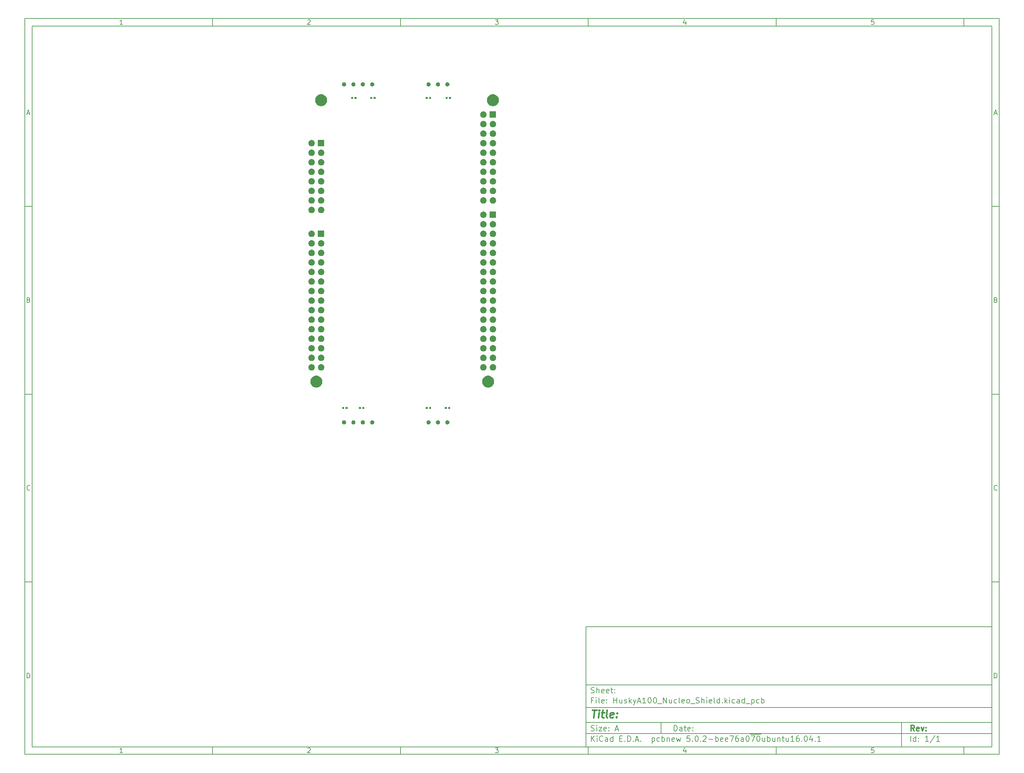
<source format=gbr>
G04 #@! TF.GenerationSoftware,KiCad,Pcbnew,5.0.2-bee76a0~70~ubuntu16.04.1*
G04 #@! TF.CreationDate,2019-01-25T11:05:23-05:00*
G04 #@! TF.ProjectId,HuskyA100_Nucleo_Shield,4875736b-7941-4313-9030-5f4e75636c65,rev?*
G04 #@! TF.SameCoordinates,Original*
G04 #@! TF.FileFunction,Soldermask,Top*
G04 #@! TF.FilePolarity,Negative*
%FSLAX46Y46*%
G04 Gerber Fmt 4.6, Leading zero omitted, Abs format (unit mm)*
G04 Created by KiCad (PCBNEW 5.0.2-bee76a0~70~ubuntu16.04.1) date Fri 25 Jan 2019 11:05:23 AM EST*
%MOMM*%
%LPD*%
G01*
G04 APERTURE LIST*
%ADD10C,0.100000*%
%ADD11C,0.150000*%
%ADD12C,0.300000*%
%ADD13C,0.400000*%
G04 APERTURE END LIST*
D10*
D11*
X159400000Y-171900000D02*
X159400000Y-203900000D01*
X267400000Y-203900000D01*
X267400000Y-171900000D01*
X159400000Y-171900000D01*
D10*
D11*
X10000000Y-10000000D02*
X10000000Y-205900000D01*
X269400000Y-205900000D01*
X269400000Y-10000000D01*
X10000000Y-10000000D01*
D10*
D11*
X12000000Y-12000000D02*
X12000000Y-203900000D01*
X267400000Y-203900000D01*
X267400000Y-12000000D01*
X12000000Y-12000000D01*
D10*
D11*
X60000000Y-12000000D02*
X60000000Y-10000000D01*
D10*
D11*
X110000000Y-12000000D02*
X110000000Y-10000000D01*
D10*
D11*
X160000000Y-12000000D02*
X160000000Y-10000000D01*
D10*
D11*
X210000000Y-12000000D02*
X210000000Y-10000000D01*
D10*
D11*
X260000000Y-12000000D02*
X260000000Y-10000000D01*
D10*
D11*
X36065476Y-11588095D02*
X35322619Y-11588095D01*
X35694047Y-11588095D02*
X35694047Y-10288095D01*
X35570238Y-10473809D01*
X35446428Y-10597619D01*
X35322619Y-10659523D01*
D10*
D11*
X85322619Y-10411904D02*
X85384523Y-10350000D01*
X85508333Y-10288095D01*
X85817857Y-10288095D01*
X85941666Y-10350000D01*
X86003571Y-10411904D01*
X86065476Y-10535714D01*
X86065476Y-10659523D01*
X86003571Y-10845238D01*
X85260714Y-11588095D01*
X86065476Y-11588095D01*
D10*
D11*
X135260714Y-10288095D02*
X136065476Y-10288095D01*
X135632142Y-10783333D01*
X135817857Y-10783333D01*
X135941666Y-10845238D01*
X136003571Y-10907142D01*
X136065476Y-11030952D01*
X136065476Y-11340476D01*
X136003571Y-11464285D01*
X135941666Y-11526190D01*
X135817857Y-11588095D01*
X135446428Y-11588095D01*
X135322619Y-11526190D01*
X135260714Y-11464285D01*
D10*
D11*
X185941666Y-10721428D02*
X185941666Y-11588095D01*
X185632142Y-10226190D02*
X185322619Y-11154761D01*
X186127380Y-11154761D01*
D10*
D11*
X236003571Y-10288095D02*
X235384523Y-10288095D01*
X235322619Y-10907142D01*
X235384523Y-10845238D01*
X235508333Y-10783333D01*
X235817857Y-10783333D01*
X235941666Y-10845238D01*
X236003571Y-10907142D01*
X236065476Y-11030952D01*
X236065476Y-11340476D01*
X236003571Y-11464285D01*
X235941666Y-11526190D01*
X235817857Y-11588095D01*
X235508333Y-11588095D01*
X235384523Y-11526190D01*
X235322619Y-11464285D01*
D10*
D11*
X60000000Y-203900000D02*
X60000000Y-205900000D01*
D10*
D11*
X110000000Y-203900000D02*
X110000000Y-205900000D01*
D10*
D11*
X160000000Y-203900000D02*
X160000000Y-205900000D01*
D10*
D11*
X210000000Y-203900000D02*
X210000000Y-205900000D01*
D10*
D11*
X260000000Y-203900000D02*
X260000000Y-205900000D01*
D10*
D11*
X36065476Y-205488095D02*
X35322619Y-205488095D01*
X35694047Y-205488095D02*
X35694047Y-204188095D01*
X35570238Y-204373809D01*
X35446428Y-204497619D01*
X35322619Y-204559523D01*
D10*
D11*
X85322619Y-204311904D02*
X85384523Y-204250000D01*
X85508333Y-204188095D01*
X85817857Y-204188095D01*
X85941666Y-204250000D01*
X86003571Y-204311904D01*
X86065476Y-204435714D01*
X86065476Y-204559523D01*
X86003571Y-204745238D01*
X85260714Y-205488095D01*
X86065476Y-205488095D01*
D10*
D11*
X135260714Y-204188095D02*
X136065476Y-204188095D01*
X135632142Y-204683333D01*
X135817857Y-204683333D01*
X135941666Y-204745238D01*
X136003571Y-204807142D01*
X136065476Y-204930952D01*
X136065476Y-205240476D01*
X136003571Y-205364285D01*
X135941666Y-205426190D01*
X135817857Y-205488095D01*
X135446428Y-205488095D01*
X135322619Y-205426190D01*
X135260714Y-205364285D01*
D10*
D11*
X185941666Y-204621428D02*
X185941666Y-205488095D01*
X185632142Y-204126190D02*
X185322619Y-205054761D01*
X186127380Y-205054761D01*
D10*
D11*
X236003571Y-204188095D02*
X235384523Y-204188095D01*
X235322619Y-204807142D01*
X235384523Y-204745238D01*
X235508333Y-204683333D01*
X235817857Y-204683333D01*
X235941666Y-204745238D01*
X236003571Y-204807142D01*
X236065476Y-204930952D01*
X236065476Y-205240476D01*
X236003571Y-205364285D01*
X235941666Y-205426190D01*
X235817857Y-205488095D01*
X235508333Y-205488095D01*
X235384523Y-205426190D01*
X235322619Y-205364285D01*
D10*
D11*
X10000000Y-60000000D02*
X12000000Y-60000000D01*
D10*
D11*
X10000000Y-110000000D02*
X12000000Y-110000000D01*
D10*
D11*
X10000000Y-160000000D02*
X12000000Y-160000000D01*
D10*
D11*
X10690476Y-35216666D02*
X11309523Y-35216666D01*
X10566666Y-35588095D02*
X11000000Y-34288095D01*
X11433333Y-35588095D01*
D10*
D11*
X11092857Y-84907142D02*
X11278571Y-84969047D01*
X11340476Y-85030952D01*
X11402380Y-85154761D01*
X11402380Y-85340476D01*
X11340476Y-85464285D01*
X11278571Y-85526190D01*
X11154761Y-85588095D01*
X10659523Y-85588095D01*
X10659523Y-84288095D01*
X11092857Y-84288095D01*
X11216666Y-84350000D01*
X11278571Y-84411904D01*
X11340476Y-84535714D01*
X11340476Y-84659523D01*
X11278571Y-84783333D01*
X11216666Y-84845238D01*
X11092857Y-84907142D01*
X10659523Y-84907142D01*
D10*
D11*
X11402380Y-135464285D02*
X11340476Y-135526190D01*
X11154761Y-135588095D01*
X11030952Y-135588095D01*
X10845238Y-135526190D01*
X10721428Y-135402380D01*
X10659523Y-135278571D01*
X10597619Y-135030952D01*
X10597619Y-134845238D01*
X10659523Y-134597619D01*
X10721428Y-134473809D01*
X10845238Y-134350000D01*
X11030952Y-134288095D01*
X11154761Y-134288095D01*
X11340476Y-134350000D01*
X11402380Y-134411904D01*
D10*
D11*
X10659523Y-185588095D02*
X10659523Y-184288095D01*
X10969047Y-184288095D01*
X11154761Y-184350000D01*
X11278571Y-184473809D01*
X11340476Y-184597619D01*
X11402380Y-184845238D01*
X11402380Y-185030952D01*
X11340476Y-185278571D01*
X11278571Y-185402380D01*
X11154761Y-185526190D01*
X10969047Y-185588095D01*
X10659523Y-185588095D01*
D10*
D11*
X269400000Y-60000000D02*
X267400000Y-60000000D01*
D10*
D11*
X269400000Y-110000000D02*
X267400000Y-110000000D01*
D10*
D11*
X269400000Y-160000000D02*
X267400000Y-160000000D01*
D10*
D11*
X268090476Y-35216666D02*
X268709523Y-35216666D01*
X267966666Y-35588095D02*
X268400000Y-34288095D01*
X268833333Y-35588095D01*
D10*
D11*
X268492857Y-84907142D02*
X268678571Y-84969047D01*
X268740476Y-85030952D01*
X268802380Y-85154761D01*
X268802380Y-85340476D01*
X268740476Y-85464285D01*
X268678571Y-85526190D01*
X268554761Y-85588095D01*
X268059523Y-85588095D01*
X268059523Y-84288095D01*
X268492857Y-84288095D01*
X268616666Y-84350000D01*
X268678571Y-84411904D01*
X268740476Y-84535714D01*
X268740476Y-84659523D01*
X268678571Y-84783333D01*
X268616666Y-84845238D01*
X268492857Y-84907142D01*
X268059523Y-84907142D01*
D10*
D11*
X268802380Y-135464285D02*
X268740476Y-135526190D01*
X268554761Y-135588095D01*
X268430952Y-135588095D01*
X268245238Y-135526190D01*
X268121428Y-135402380D01*
X268059523Y-135278571D01*
X267997619Y-135030952D01*
X267997619Y-134845238D01*
X268059523Y-134597619D01*
X268121428Y-134473809D01*
X268245238Y-134350000D01*
X268430952Y-134288095D01*
X268554761Y-134288095D01*
X268740476Y-134350000D01*
X268802380Y-134411904D01*
D10*
D11*
X268059523Y-185588095D02*
X268059523Y-184288095D01*
X268369047Y-184288095D01*
X268554761Y-184350000D01*
X268678571Y-184473809D01*
X268740476Y-184597619D01*
X268802380Y-184845238D01*
X268802380Y-185030952D01*
X268740476Y-185278571D01*
X268678571Y-185402380D01*
X268554761Y-185526190D01*
X268369047Y-185588095D01*
X268059523Y-185588095D01*
D10*
D11*
X182832142Y-199678571D02*
X182832142Y-198178571D01*
X183189285Y-198178571D01*
X183403571Y-198250000D01*
X183546428Y-198392857D01*
X183617857Y-198535714D01*
X183689285Y-198821428D01*
X183689285Y-199035714D01*
X183617857Y-199321428D01*
X183546428Y-199464285D01*
X183403571Y-199607142D01*
X183189285Y-199678571D01*
X182832142Y-199678571D01*
X184975000Y-199678571D02*
X184975000Y-198892857D01*
X184903571Y-198750000D01*
X184760714Y-198678571D01*
X184475000Y-198678571D01*
X184332142Y-198750000D01*
X184975000Y-199607142D02*
X184832142Y-199678571D01*
X184475000Y-199678571D01*
X184332142Y-199607142D01*
X184260714Y-199464285D01*
X184260714Y-199321428D01*
X184332142Y-199178571D01*
X184475000Y-199107142D01*
X184832142Y-199107142D01*
X184975000Y-199035714D01*
X185475000Y-198678571D02*
X186046428Y-198678571D01*
X185689285Y-198178571D02*
X185689285Y-199464285D01*
X185760714Y-199607142D01*
X185903571Y-199678571D01*
X186046428Y-199678571D01*
X187117857Y-199607142D02*
X186975000Y-199678571D01*
X186689285Y-199678571D01*
X186546428Y-199607142D01*
X186475000Y-199464285D01*
X186475000Y-198892857D01*
X186546428Y-198750000D01*
X186689285Y-198678571D01*
X186975000Y-198678571D01*
X187117857Y-198750000D01*
X187189285Y-198892857D01*
X187189285Y-199035714D01*
X186475000Y-199178571D01*
X187832142Y-199535714D02*
X187903571Y-199607142D01*
X187832142Y-199678571D01*
X187760714Y-199607142D01*
X187832142Y-199535714D01*
X187832142Y-199678571D01*
X187832142Y-198750000D02*
X187903571Y-198821428D01*
X187832142Y-198892857D01*
X187760714Y-198821428D01*
X187832142Y-198750000D01*
X187832142Y-198892857D01*
D10*
D11*
X159400000Y-200400000D02*
X267400000Y-200400000D01*
D10*
D11*
X160832142Y-202478571D02*
X160832142Y-200978571D01*
X161689285Y-202478571D02*
X161046428Y-201621428D01*
X161689285Y-200978571D02*
X160832142Y-201835714D01*
X162332142Y-202478571D02*
X162332142Y-201478571D01*
X162332142Y-200978571D02*
X162260714Y-201050000D01*
X162332142Y-201121428D01*
X162403571Y-201050000D01*
X162332142Y-200978571D01*
X162332142Y-201121428D01*
X163903571Y-202335714D02*
X163832142Y-202407142D01*
X163617857Y-202478571D01*
X163475000Y-202478571D01*
X163260714Y-202407142D01*
X163117857Y-202264285D01*
X163046428Y-202121428D01*
X162975000Y-201835714D01*
X162975000Y-201621428D01*
X163046428Y-201335714D01*
X163117857Y-201192857D01*
X163260714Y-201050000D01*
X163475000Y-200978571D01*
X163617857Y-200978571D01*
X163832142Y-201050000D01*
X163903571Y-201121428D01*
X165189285Y-202478571D02*
X165189285Y-201692857D01*
X165117857Y-201550000D01*
X164975000Y-201478571D01*
X164689285Y-201478571D01*
X164546428Y-201550000D01*
X165189285Y-202407142D02*
X165046428Y-202478571D01*
X164689285Y-202478571D01*
X164546428Y-202407142D01*
X164475000Y-202264285D01*
X164475000Y-202121428D01*
X164546428Y-201978571D01*
X164689285Y-201907142D01*
X165046428Y-201907142D01*
X165189285Y-201835714D01*
X166546428Y-202478571D02*
X166546428Y-200978571D01*
X166546428Y-202407142D02*
X166403571Y-202478571D01*
X166117857Y-202478571D01*
X165975000Y-202407142D01*
X165903571Y-202335714D01*
X165832142Y-202192857D01*
X165832142Y-201764285D01*
X165903571Y-201621428D01*
X165975000Y-201550000D01*
X166117857Y-201478571D01*
X166403571Y-201478571D01*
X166546428Y-201550000D01*
X168403571Y-201692857D02*
X168903571Y-201692857D01*
X169117857Y-202478571D02*
X168403571Y-202478571D01*
X168403571Y-200978571D01*
X169117857Y-200978571D01*
X169760714Y-202335714D02*
X169832142Y-202407142D01*
X169760714Y-202478571D01*
X169689285Y-202407142D01*
X169760714Y-202335714D01*
X169760714Y-202478571D01*
X170475000Y-202478571D02*
X170475000Y-200978571D01*
X170832142Y-200978571D01*
X171046428Y-201050000D01*
X171189285Y-201192857D01*
X171260714Y-201335714D01*
X171332142Y-201621428D01*
X171332142Y-201835714D01*
X171260714Y-202121428D01*
X171189285Y-202264285D01*
X171046428Y-202407142D01*
X170832142Y-202478571D01*
X170475000Y-202478571D01*
X171975000Y-202335714D02*
X172046428Y-202407142D01*
X171975000Y-202478571D01*
X171903571Y-202407142D01*
X171975000Y-202335714D01*
X171975000Y-202478571D01*
X172617857Y-202050000D02*
X173332142Y-202050000D01*
X172475000Y-202478571D02*
X172975000Y-200978571D01*
X173475000Y-202478571D01*
X173975000Y-202335714D02*
X174046428Y-202407142D01*
X173975000Y-202478571D01*
X173903571Y-202407142D01*
X173975000Y-202335714D01*
X173975000Y-202478571D01*
X176975000Y-201478571D02*
X176975000Y-202978571D01*
X176975000Y-201550000D02*
X177117857Y-201478571D01*
X177403571Y-201478571D01*
X177546428Y-201550000D01*
X177617857Y-201621428D01*
X177689285Y-201764285D01*
X177689285Y-202192857D01*
X177617857Y-202335714D01*
X177546428Y-202407142D01*
X177403571Y-202478571D01*
X177117857Y-202478571D01*
X176975000Y-202407142D01*
X178975000Y-202407142D02*
X178832142Y-202478571D01*
X178546428Y-202478571D01*
X178403571Y-202407142D01*
X178332142Y-202335714D01*
X178260714Y-202192857D01*
X178260714Y-201764285D01*
X178332142Y-201621428D01*
X178403571Y-201550000D01*
X178546428Y-201478571D01*
X178832142Y-201478571D01*
X178975000Y-201550000D01*
X179617857Y-202478571D02*
X179617857Y-200978571D01*
X179617857Y-201550000D02*
X179760714Y-201478571D01*
X180046428Y-201478571D01*
X180189285Y-201550000D01*
X180260714Y-201621428D01*
X180332142Y-201764285D01*
X180332142Y-202192857D01*
X180260714Y-202335714D01*
X180189285Y-202407142D01*
X180046428Y-202478571D01*
X179760714Y-202478571D01*
X179617857Y-202407142D01*
X180975000Y-201478571D02*
X180975000Y-202478571D01*
X180975000Y-201621428D02*
X181046428Y-201550000D01*
X181189285Y-201478571D01*
X181403571Y-201478571D01*
X181546428Y-201550000D01*
X181617857Y-201692857D01*
X181617857Y-202478571D01*
X182903571Y-202407142D02*
X182760714Y-202478571D01*
X182475000Y-202478571D01*
X182332142Y-202407142D01*
X182260714Y-202264285D01*
X182260714Y-201692857D01*
X182332142Y-201550000D01*
X182475000Y-201478571D01*
X182760714Y-201478571D01*
X182903571Y-201550000D01*
X182975000Y-201692857D01*
X182975000Y-201835714D01*
X182260714Y-201978571D01*
X183475000Y-201478571D02*
X183760714Y-202478571D01*
X184046428Y-201764285D01*
X184332142Y-202478571D01*
X184617857Y-201478571D01*
X187046428Y-200978571D02*
X186332142Y-200978571D01*
X186260714Y-201692857D01*
X186332142Y-201621428D01*
X186475000Y-201550000D01*
X186832142Y-201550000D01*
X186975000Y-201621428D01*
X187046428Y-201692857D01*
X187117857Y-201835714D01*
X187117857Y-202192857D01*
X187046428Y-202335714D01*
X186975000Y-202407142D01*
X186832142Y-202478571D01*
X186475000Y-202478571D01*
X186332142Y-202407142D01*
X186260714Y-202335714D01*
X187760714Y-202335714D02*
X187832142Y-202407142D01*
X187760714Y-202478571D01*
X187689285Y-202407142D01*
X187760714Y-202335714D01*
X187760714Y-202478571D01*
X188760714Y-200978571D02*
X188903571Y-200978571D01*
X189046428Y-201050000D01*
X189117857Y-201121428D01*
X189189285Y-201264285D01*
X189260714Y-201550000D01*
X189260714Y-201907142D01*
X189189285Y-202192857D01*
X189117857Y-202335714D01*
X189046428Y-202407142D01*
X188903571Y-202478571D01*
X188760714Y-202478571D01*
X188617857Y-202407142D01*
X188546428Y-202335714D01*
X188475000Y-202192857D01*
X188403571Y-201907142D01*
X188403571Y-201550000D01*
X188475000Y-201264285D01*
X188546428Y-201121428D01*
X188617857Y-201050000D01*
X188760714Y-200978571D01*
X189903571Y-202335714D02*
X189975000Y-202407142D01*
X189903571Y-202478571D01*
X189832142Y-202407142D01*
X189903571Y-202335714D01*
X189903571Y-202478571D01*
X190546428Y-201121428D02*
X190617857Y-201050000D01*
X190760714Y-200978571D01*
X191117857Y-200978571D01*
X191260714Y-201050000D01*
X191332142Y-201121428D01*
X191403571Y-201264285D01*
X191403571Y-201407142D01*
X191332142Y-201621428D01*
X190475000Y-202478571D01*
X191403571Y-202478571D01*
X192046428Y-201907142D02*
X193189285Y-201907142D01*
X193903571Y-202478571D02*
X193903571Y-200978571D01*
X193903571Y-201550000D02*
X194046428Y-201478571D01*
X194332142Y-201478571D01*
X194475000Y-201550000D01*
X194546428Y-201621428D01*
X194617857Y-201764285D01*
X194617857Y-202192857D01*
X194546428Y-202335714D01*
X194475000Y-202407142D01*
X194332142Y-202478571D01*
X194046428Y-202478571D01*
X193903571Y-202407142D01*
X195832142Y-202407142D02*
X195689285Y-202478571D01*
X195403571Y-202478571D01*
X195260714Y-202407142D01*
X195189285Y-202264285D01*
X195189285Y-201692857D01*
X195260714Y-201550000D01*
X195403571Y-201478571D01*
X195689285Y-201478571D01*
X195832142Y-201550000D01*
X195903571Y-201692857D01*
X195903571Y-201835714D01*
X195189285Y-201978571D01*
X197117857Y-202407142D02*
X196975000Y-202478571D01*
X196689285Y-202478571D01*
X196546428Y-202407142D01*
X196475000Y-202264285D01*
X196475000Y-201692857D01*
X196546428Y-201550000D01*
X196689285Y-201478571D01*
X196975000Y-201478571D01*
X197117857Y-201550000D01*
X197189285Y-201692857D01*
X197189285Y-201835714D01*
X196475000Y-201978571D01*
X197689285Y-200978571D02*
X198689285Y-200978571D01*
X198046428Y-202478571D01*
X199903571Y-200978571D02*
X199617857Y-200978571D01*
X199475000Y-201050000D01*
X199403571Y-201121428D01*
X199260714Y-201335714D01*
X199189285Y-201621428D01*
X199189285Y-202192857D01*
X199260714Y-202335714D01*
X199332142Y-202407142D01*
X199475000Y-202478571D01*
X199760714Y-202478571D01*
X199903571Y-202407142D01*
X199975000Y-202335714D01*
X200046428Y-202192857D01*
X200046428Y-201835714D01*
X199975000Y-201692857D01*
X199903571Y-201621428D01*
X199760714Y-201550000D01*
X199475000Y-201550000D01*
X199332142Y-201621428D01*
X199260714Y-201692857D01*
X199189285Y-201835714D01*
X201332142Y-202478571D02*
X201332142Y-201692857D01*
X201260714Y-201550000D01*
X201117857Y-201478571D01*
X200832142Y-201478571D01*
X200689285Y-201550000D01*
X201332142Y-202407142D02*
X201189285Y-202478571D01*
X200832142Y-202478571D01*
X200689285Y-202407142D01*
X200617857Y-202264285D01*
X200617857Y-202121428D01*
X200689285Y-201978571D01*
X200832142Y-201907142D01*
X201189285Y-201907142D01*
X201332142Y-201835714D01*
X202332142Y-200978571D02*
X202475000Y-200978571D01*
X202617857Y-201050000D01*
X202689285Y-201121428D01*
X202760714Y-201264285D01*
X202832142Y-201550000D01*
X202832142Y-201907142D01*
X202760714Y-202192857D01*
X202689285Y-202335714D01*
X202617857Y-202407142D01*
X202475000Y-202478571D01*
X202332142Y-202478571D01*
X202189285Y-202407142D01*
X202117857Y-202335714D01*
X202046428Y-202192857D01*
X201975000Y-201907142D01*
X201975000Y-201550000D01*
X202046428Y-201264285D01*
X202117857Y-201121428D01*
X202189285Y-201050000D01*
X202332142Y-200978571D01*
X203117857Y-200570000D02*
X204546428Y-200570000D01*
X203332142Y-200978571D02*
X204332142Y-200978571D01*
X203689285Y-202478571D01*
X204546428Y-200570000D02*
X205975000Y-200570000D01*
X205189285Y-200978571D02*
X205332142Y-200978571D01*
X205475000Y-201050000D01*
X205546428Y-201121428D01*
X205617857Y-201264285D01*
X205689285Y-201550000D01*
X205689285Y-201907142D01*
X205617857Y-202192857D01*
X205546428Y-202335714D01*
X205475000Y-202407142D01*
X205332142Y-202478571D01*
X205189285Y-202478571D01*
X205046428Y-202407142D01*
X204975000Y-202335714D01*
X204903571Y-202192857D01*
X204832142Y-201907142D01*
X204832142Y-201550000D01*
X204903571Y-201264285D01*
X204975000Y-201121428D01*
X205046428Y-201050000D01*
X205189285Y-200978571D01*
X206975000Y-201478571D02*
X206975000Y-202478571D01*
X206332142Y-201478571D02*
X206332142Y-202264285D01*
X206403571Y-202407142D01*
X206546428Y-202478571D01*
X206760714Y-202478571D01*
X206903571Y-202407142D01*
X206975000Y-202335714D01*
X207689285Y-202478571D02*
X207689285Y-200978571D01*
X207689285Y-201550000D02*
X207832142Y-201478571D01*
X208117857Y-201478571D01*
X208260714Y-201550000D01*
X208332142Y-201621428D01*
X208403571Y-201764285D01*
X208403571Y-202192857D01*
X208332142Y-202335714D01*
X208260714Y-202407142D01*
X208117857Y-202478571D01*
X207832142Y-202478571D01*
X207689285Y-202407142D01*
X209689285Y-201478571D02*
X209689285Y-202478571D01*
X209046428Y-201478571D02*
X209046428Y-202264285D01*
X209117857Y-202407142D01*
X209260714Y-202478571D01*
X209475000Y-202478571D01*
X209617857Y-202407142D01*
X209689285Y-202335714D01*
X210403571Y-201478571D02*
X210403571Y-202478571D01*
X210403571Y-201621428D02*
X210475000Y-201550000D01*
X210617857Y-201478571D01*
X210832142Y-201478571D01*
X210975000Y-201550000D01*
X211046428Y-201692857D01*
X211046428Y-202478571D01*
X211546428Y-201478571D02*
X212117857Y-201478571D01*
X211760714Y-200978571D02*
X211760714Y-202264285D01*
X211832142Y-202407142D01*
X211975000Y-202478571D01*
X212117857Y-202478571D01*
X213260714Y-201478571D02*
X213260714Y-202478571D01*
X212617857Y-201478571D02*
X212617857Y-202264285D01*
X212689285Y-202407142D01*
X212832142Y-202478571D01*
X213046428Y-202478571D01*
X213189285Y-202407142D01*
X213260714Y-202335714D01*
X214760714Y-202478571D02*
X213903571Y-202478571D01*
X214332142Y-202478571D02*
X214332142Y-200978571D01*
X214189285Y-201192857D01*
X214046428Y-201335714D01*
X213903571Y-201407142D01*
X216046428Y-200978571D02*
X215760714Y-200978571D01*
X215617857Y-201050000D01*
X215546428Y-201121428D01*
X215403571Y-201335714D01*
X215332142Y-201621428D01*
X215332142Y-202192857D01*
X215403571Y-202335714D01*
X215475000Y-202407142D01*
X215617857Y-202478571D01*
X215903571Y-202478571D01*
X216046428Y-202407142D01*
X216117857Y-202335714D01*
X216189285Y-202192857D01*
X216189285Y-201835714D01*
X216117857Y-201692857D01*
X216046428Y-201621428D01*
X215903571Y-201550000D01*
X215617857Y-201550000D01*
X215475000Y-201621428D01*
X215403571Y-201692857D01*
X215332142Y-201835714D01*
X216832142Y-202335714D02*
X216903571Y-202407142D01*
X216832142Y-202478571D01*
X216760714Y-202407142D01*
X216832142Y-202335714D01*
X216832142Y-202478571D01*
X217832142Y-200978571D02*
X217975000Y-200978571D01*
X218117857Y-201050000D01*
X218189285Y-201121428D01*
X218260714Y-201264285D01*
X218332142Y-201550000D01*
X218332142Y-201907142D01*
X218260714Y-202192857D01*
X218189285Y-202335714D01*
X218117857Y-202407142D01*
X217975000Y-202478571D01*
X217832142Y-202478571D01*
X217689285Y-202407142D01*
X217617857Y-202335714D01*
X217546428Y-202192857D01*
X217475000Y-201907142D01*
X217475000Y-201550000D01*
X217546428Y-201264285D01*
X217617857Y-201121428D01*
X217689285Y-201050000D01*
X217832142Y-200978571D01*
X219617857Y-201478571D02*
X219617857Y-202478571D01*
X219260714Y-200907142D02*
X218903571Y-201978571D01*
X219832142Y-201978571D01*
X220403571Y-202335714D02*
X220474999Y-202407142D01*
X220403571Y-202478571D01*
X220332142Y-202407142D01*
X220403571Y-202335714D01*
X220403571Y-202478571D01*
X221903571Y-202478571D02*
X221046428Y-202478571D01*
X221475000Y-202478571D02*
X221475000Y-200978571D01*
X221332142Y-201192857D01*
X221189285Y-201335714D01*
X221046428Y-201407142D01*
D10*
D11*
X159400000Y-197400000D02*
X267400000Y-197400000D01*
D10*
D12*
X246809285Y-199678571D02*
X246309285Y-198964285D01*
X245952142Y-199678571D02*
X245952142Y-198178571D01*
X246523571Y-198178571D01*
X246666428Y-198250000D01*
X246737857Y-198321428D01*
X246809285Y-198464285D01*
X246809285Y-198678571D01*
X246737857Y-198821428D01*
X246666428Y-198892857D01*
X246523571Y-198964285D01*
X245952142Y-198964285D01*
X248023571Y-199607142D02*
X247880714Y-199678571D01*
X247595000Y-199678571D01*
X247452142Y-199607142D01*
X247380714Y-199464285D01*
X247380714Y-198892857D01*
X247452142Y-198750000D01*
X247595000Y-198678571D01*
X247880714Y-198678571D01*
X248023571Y-198750000D01*
X248095000Y-198892857D01*
X248095000Y-199035714D01*
X247380714Y-199178571D01*
X248595000Y-198678571D02*
X248952142Y-199678571D01*
X249309285Y-198678571D01*
X249880714Y-199535714D02*
X249952142Y-199607142D01*
X249880714Y-199678571D01*
X249809285Y-199607142D01*
X249880714Y-199535714D01*
X249880714Y-199678571D01*
X249880714Y-198750000D02*
X249952142Y-198821428D01*
X249880714Y-198892857D01*
X249809285Y-198821428D01*
X249880714Y-198750000D01*
X249880714Y-198892857D01*
D10*
D11*
X160760714Y-199607142D02*
X160975000Y-199678571D01*
X161332142Y-199678571D01*
X161475000Y-199607142D01*
X161546428Y-199535714D01*
X161617857Y-199392857D01*
X161617857Y-199250000D01*
X161546428Y-199107142D01*
X161475000Y-199035714D01*
X161332142Y-198964285D01*
X161046428Y-198892857D01*
X160903571Y-198821428D01*
X160832142Y-198750000D01*
X160760714Y-198607142D01*
X160760714Y-198464285D01*
X160832142Y-198321428D01*
X160903571Y-198250000D01*
X161046428Y-198178571D01*
X161403571Y-198178571D01*
X161617857Y-198250000D01*
X162260714Y-199678571D02*
X162260714Y-198678571D01*
X162260714Y-198178571D02*
X162189285Y-198250000D01*
X162260714Y-198321428D01*
X162332142Y-198250000D01*
X162260714Y-198178571D01*
X162260714Y-198321428D01*
X162832142Y-198678571D02*
X163617857Y-198678571D01*
X162832142Y-199678571D01*
X163617857Y-199678571D01*
X164760714Y-199607142D02*
X164617857Y-199678571D01*
X164332142Y-199678571D01*
X164189285Y-199607142D01*
X164117857Y-199464285D01*
X164117857Y-198892857D01*
X164189285Y-198750000D01*
X164332142Y-198678571D01*
X164617857Y-198678571D01*
X164760714Y-198750000D01*
X164832142Y-198892857D01*
X164832142Y-199035714D01*
X164117857Y-199178571D01*
X165475000Y-199535714D02*
X165546428Y-199607142D01*
X165475000Y-199678571D01*
X165403571Y-199607142D01*
X165475000Y-199535714D01*
X165475000Y-199678571D01*
X165475000Y-198750000D02*
X165546428Y-198821428D01*
X165475000Y-198892857D01*
X165403571Y-198821428D01*
X165475000Y-198750000D01*
X165475000Y-198892857D01*
X167260714Y-199250000D02*
X167975000Y-199250000D01*
X167117857Y-199678571D02*
X167617857Y-198178571D01*
X168117857Y-199678571D01*
D10*
D11*
X245832142Y-202478571D02*
X245832142Y-200978571D01*
X247189285Y-202478571D02*
X247189285Y-200978571D01*
X247189285Y-202407142D02*
X247046428Y-202478571D01*
X246760714Y-202478571D01*
X246617857Y-202407142D01*
X246546428Y-202335714D01*
X246475000Y-202192857D01*
X246475000Y-201764285D01*
X246546428Y-201621428D01*
X246617857Y-201550000D01*
X246760714Y-201478571D01*
X247046428Y-201478571D01*
X247189285Y-201550000D01*
X247903571Y-202335714D02*
X247975000Y-202407142D01*
X247903571Y-202478571D01*
X247832142Y-202407142D01*
X247903571Y-202335714D01*
X247903571Y-202478571D01*
X247903571Y-201550000D02*
X247975000Y-201621428D01*
X247903571Y-201692857D01*
X247832142Y-201621428D01*
X247903571Y-201550000D01*
X247903571Y-201692857D01*
X250546428Y-202478571D02*
X249689285Y-202478571D01*
X250117857Y-202478571D02*
X250117857Y-200978571D01*
X249975000Y-201192857D01*
X249832142Y-201335714D01*
X249689285Y-201407142D01*
X252260714Y-200907142D02*
X250975000Y-202835714D01*
X253546428Y-202478571D02*
X252689285Y-202478571D01*
X253117857Y-202478571D02*
X253117857Y-200978571D01*
X252975000Y-201192857D01*
X252832142Y-201335714D01*
X252689285Y-201407142D01*
D10*
D11*
X159400000Y-193400000D02*
X267400000Y-193400000D01*
D10*
D13*
X161112380Y-194104761D02*
X162255238Y-194104761D01*
X161433809Y-196104761D02*
X161683809Y-194104761D01*
X162671904Y-196104761D02*
X162838571Y-194771428D01*
X162921904Y-194104761D02*
X162814761Y-194200000D01*
X162898095Y-194295238D01*
X163005238Y-194200000D01*
X162921904Y-194104761D01*
X162898095Y-194295238D01*
X163505238Y-194771428D02*
X164267142Y-194771428D01*
X163874285Y-194104761D02*
X163660000Y-195819047D01*
X163731428Y-196009523D01*
X163910000Y-196104761D01*
X164100476Y-196104761D01*
X165052857Y-196104761D02*
X164874285Y-196009523D01*
X164802857Y-195819047D01*
X165017142Y-194104761D01*
X166588571Y-196009523D02*
X166386190Y-196104761D01*
X166005238Y-196104761D01*
X165826666Y-196009523D01*
X165755238Y-195819047D01*
X165850476Y-195057142D01*
X165969523Y-194866666D01*
X166171904Y-194771428D01*
X166552857Y-194771428D01*
X166731428Y-194866666D01*
X166802857Y-195057142D01*
X166779047Y-195247619D01*
X165802857Y-195438095D01*
X167552857Y-195914285D02*
X167636190Y-196009523D01*
X167529047Y-196104761D01*
X167445714Y-196009523D01*
X167552857Y-195914285D01*
X167529047Y-196104761D01*
X167683809Y-194866666D02*
X167767142Y-194961904D01*
X167660000Y-195057142D01*
X167576666Y-194961904D01*
X167683809Y-194866666D01*
X167660000Y-195057142D01*
D10*
D11*
X161332142Y-191492857D02*
X160832142Y-191492857D01*
X160832142Y-192278571D02*
X160832142Y-190778571D01*
X161546428Y-190778571D01*
X162117857Y-192278571D02*
X162117857Y-191278571D01*
X162117857Y-190778571D02*
X162046428Y-190850000D01*
X162117857Y-190921428D01*
X162189285Y-190850000D01*
X162117857Y-190778571D01*
X162117857Y-190921428D01*
X163046428Y-192278571D02*
X162903571Y-192207142D01*
X162832142Y-192064285D01*
X162832142Y-190778571D01*
X164189285Y-192207142D02*
X164046428Y-192278571D01*
X163760714Y-192278571D01*
X163617857Y-192207142D01*
X163546428Y-192064285D01*
X163546428Y-191492857D01*
X163617857Y-191350000D01*
X163760714Y-191278571D01*
X164046428Y-191278571D01*
X164189285Y-191350000D01*
X164260714Y-191492857D01*
X164260714Y-191635714D01*
X163546428Y-191778571D01*
X164903571Y-192135714D02*
X164975000Y-192207142D01*
X164903571Y-192278571D01*
X164832142Y-192207142D01*
X164903571Y-192135714D01*
X164903571Y-192278571D01*
X164903571Y-191350000D02*
X164975000Y-191421428D01*
X164903571Y-191492857D01*
X164832142Y-191421428D01*
X164903571Y-191350000D01*
X164903571Y-191492857D01*
X166760714Y-192278571D02*
X166760714Y-190778571D01*
X166760714Y-191492857D02*
X167617857Y-191492857D01*
X167617857Y-192278571D02*
X167617857Y-190778571D01*
X168975000Y-191278571D02*
X168975000Y-192278571D01*
X168332142Y-191278571D02*
X168332142Y-192064285D01*
X168403571Y-192207142D01*
X168546428Y-192278571D01*
X168760714Y-192278571D01*
X168903571Y-192207142D01*
X168975000Y-192135714D01*
X169617857Y-192207142D02*
X169760714Y-192278571D01*
X170046428Y-192278571D01*
X170189285Y-192207142D01*
X170260714Y-192064285D01*
X170260714Y-191992857D01*
X170189285Y-191850000D01*
X170046428Y-191778571D01*
X169832142Y-191778571D01*
X169689285Y-191707142D01*
X169617857Y-191564285D01*
X169617857Y-191492857D01*
X169689285Y-191350000D01*
X169832142Y-191278571D01*
X170046428Y-191278571D01*
X170189285Y-191350000D01*
X170903571Y-192278571D02*
X170903571Y-190778571D01*
X171046428Y-191707142D02*
X171475000Y-192278571D01*
X171475000Y-191278571D02*
X170903571Y-191850000D01*
X171975000Y-191278571D02*
X172332142Y-192278571D01*
X172689285Y-191278571D02*
X172332142Y-192278571D01*
X172189285Y-192635714D01*
X172117857Y-192707142D01*
X171975000Y-192778571D01*
X173189285Y-191850000D02*
X173903571Y-191850000D01*
X173046428Y-192278571D02*
X173546428Y-190778571D01*
X174046428Y-192278571D01*
X175332142Y-192278571D02*
X174475000Y-192278571D01*
X174903571Y-192278571D02*
X174903571Y-190778571D01*
X174760714Y-190992857D01*
X174617857Y-191135714D01*
X174475000Y-191207142D01*
X176260714Y-190778571D02*
X176403571Y-190778571D01*
X176546428Y-190850000D01*
X176617857Y-190921428D01*
X176689285Y-191064285D01*
X176760714Y-191350000D01*
X176760714Y-191707142D01*
X176689285Y-191992857D01*
X176617857Y-192135714D01*
X176546428Y-192207142D01*
X176403571Y-192278571D01*
X176260714Y-192278571D01*
X176117857Y-192207142D01*
X176046428Y-192135714D01*
X175975000Y-191992857D01*
X175903571Y-191707142D01*
X175903571Y-191350000D01*
X175975000Y-191064285D01*
X176046428Y-190921428D01*
X176117857Y-190850000D01*
X176260714Y-190778571D01*
X177689285Y-190778571D02*
X177832142Y-190778571D01*
X177975000Y-190850000D01*
X178046428Y-190921428D01*
X178117857Y-191064285D01*
X178189285Y-191350000D01*
X178189285Y-191707142D01*
X178117857Y-191992857D01*
X178046428Y-192135714D01*
X177975000Y-192207142D01*
X177832142Y-192278571D01*
X177689285Y-192278571D01*
X177546428Y-192207142D01*
X177475000Y-192135714D01*
X177403571Y-191992857D01*
X177332142Y-191707142D01*
X177332142Y-191350000D01*
X177403571Y-191064285D01*
X177475000Y-190921428D01*
X177546428Y-190850000D01*
X177689285Y-190778571D01*
X178475000Y-192421428D02*
X179617857Y-192421428D01*
X179975000Y-192278571D02*
X179975000Y-190778571D01*
X180832142Y-192278571D01*
X180832142Y-190778571D01*
X182189285Y-191278571D02*
X182189285Y-192278571D01*
X181546428Y-191278571D02*
X181546428Y-192064285D01*
X181617857Y-192207142D01*
X181760714Y-192278571D01*
X181975000Y-192278571D01*
X182117857Y-192207142D01*
X182189285Y-192135714D01*
X183546428Y-192207142D02*
X183403571Y-192278571D01*
X183117857Y-192278571D01*
X182975000Y-192207142D01*
X182903571Y-192135714D01*
X182832142Y-191992857D01*
X182832142Y-191564285D01*
X182903571Y-191421428D01*
X182975000Y-191350000D01*
X183117857Y-191278571D01*
X183403571Y-191278571D01*
X183546428Y-191350000D01*
X184403571Y-192278571D02*
X184260714Y-192207142D01*
X184189285Y-192064285D01*
X184189285Y-190778571D01*
X185546428Y-192207142D02*
X185403571Y-192278571D01*
X185117857Y-192278571D01*
X184975000Y-192207142D01*
X184903571Y-192064285D01*
X184903571Y-191492857D01*
X184975000Y-191350000D01*
X185117857Y-191278571D01*
X185403571Y-191278571D01*
X185546428Y-191350000D01*
X185617857Y-191492857D01*
X185617857Y-191635714D01*
X184903571Y-191778571D01*
X186475000Y-192278571D02*
X186332142Y-192207142D01*
X186260714Y-192135714D01*
X186189285Y-191992857D01*
X186189285Y-191564285D01*
X186260714Y-191421428D01*
X186332142Y-191350000D01*
X186475000Y-191278571D01*
X186689285Y-191278571D01*
X186832142Y-191350000D01*
X186903571Y-191421428D01*
X186975000Y-191564285D01*
X186975000Y-191992857D01*
X186903571Y-192135714D01*
X186832142Y-192207142D01*
X186689285Y-192278571D01*
X186475000Y-192278571D01*
X187260714Y-192421428D02*
X188403571Y-192421428D01*
X188689285Y-192207142D02*
X188903571Y-192278571D01*
X189260714Y-192278571D01*
X189403571Y-192207142D01*
X189475000Y-192135714D01*
X189546428Y-191992857D01*
X189546428Y-191850000D01*
X189475000Y-191707142D01*
X189403571Y-191635714D01*
X189260714Y-191564285D01*
X188975000Y-191492857D01*
X188832142Y-191421428D01*
X188760714Y-191350000D01*
X188689285Y-191207142D01*
X188689285Y-191064285D01*
X188760714Y-190921428D01*
X188832142Y-190850000D01*
X188975000Y-190778571D01*
X189332142Y-190778571D01*
X189546428Y-190850000D01*
X190189285Y-192278571D02*
X190189285Y-190778571D01*
X190832142Y-192278571D02*
X190832142Y-191492857D01*
X190760714Y-191350000D01*
X190617857Y-191278571D01*
X190403571Y-191278571D01*
X190260714Y-191350000D01*
X190189285Y-191421428D01*
X191546428Y-192278571D02*
X191546428Y-191278571D01*
X191546428Y-190778571D02*
X191475000Y-190850000D01*
X191546428Y-190921428D01*
X191617857Y-190850000D01*
X191546428Y-190778571D01*
X191546428Y-190921428D01*
X192832142Y-192207142D02*
X192689285Y-192278571D01*
X192403571Y-192278571D01*
X192260714Y-192207142D01*
X192189285Y-192064285D01*
X192189285Y-191492857D01*
X192260714Y-191350000D01*
X192403571Y-191278571D01*
X192689285Y-191278571D01*
X192832142Y-191350000D01*
X192903571Y-191492857D01*
X192903571Y-191635714D01*
X192189285Y-191778571D01*
X193760714Y-192278571D02*
X193617857Y-192207142D01*
X193546428Y-192064285D01*
X193546428Y-190778571D01*
X194975000Y-192278571D02*
X194975000Y-190778571D01*
X194975000Y-192207142D02*
X194832142Y-192278571D01*
X194546428Y-192278571D01*
X194403571Y-192207142D01*
X194332142Y-192135714D01*
X194260714Y-191992857D01*
X194260714Y-191564285D01*
X194332142Y-191421428D01*
X194403571Y-191350000D01*
X194546428Y-191278571D01*
X194832142Y-191278571D01*
X194975000Y-191350000D01*
X195689285Y-192135714D02*
X195760714Y-192207142D01*
X195689285Y-192278571D01*
X195617857Y-192207142D01*
X195689285Y-192135714D01*
X195689285Y-192278571D01*
X196403571Y-192278571D02*
X196403571Y-190778571D01*
X196546428Y-191707142D02*
X196975000Y-192278571D01*
X196975000Y-191278571D02*
X196403571Y-191850000D01*
X197617857Y-192278571D02*
X197617857Y-191278571D01*
X197617857Y-190778571D02*
X197546428Y-190850000D01*
X197617857Y-190921428D01*
X197689285Y-190850000D01*
X197617857Y-190778571D01*
X197617857Y-190921428D01*
X198975000Y-192207142D02*
X198832142Y-192278571D01*
X198546428Y-192278571D01*
X198403571Y-192207142D01*
X198332142Y-192135714D01*
X198260714Y-191992857D01*
X198260714Y-191564285D01*
X198332142Y-191421428D01*
X198403571Y-191350000D01*
X198546428Y-191278571D01*
X198832142Y-191278571D01*
X198975000Y-191350000D01*
X200260714Y-192278571D02*
X200260714Y-191492857D01*
X200189285Y-191350000D01*
X200046428Y-191278571D01*
X199760714Y-191278571D01*
X199617857Y-191350000D01*
X200260714Y-192207142D02*
X200117857Y-192278571D01*
X199760714Y-192278571D01*
X199617857Y-192207142D01*
X199546428Y-192064285D01*
X199546428Y-191921428D01*
X199617857Y-191778571D01*
X199760714Y-191707142D01*
X200117857Y-191707142D01*
X200260714Y-191635714D01*
X201617857Y-192278571D02*
X201617857Y-190778571D01*
X201617857Y-192207142D02*
X201475000Y-192278571D01*
X201189285Y-192278571D01*
X201046428Y-192207142D01*
X200975000Y-192135714D01*
X200903571Y-191992857D01*
X200903571Y-191564285D01*
X200975000Y-191421428D01*
X201046428Y-191350000D01*
X201189285Y-191278571D01*
X201475000Y-191278571D01*
X201617857Y-191350000D01*
X201975000Y-192421428D02*
X203117857Y-192421428D01*
X203475000Y-191278571D02*
X203475000Y-192778571D01*
X203475000Y-191350000D02*
X203617857Y-191278571D01*
X203903571Y-191278571D01*
X204046428Y-191350000D01*
X204117857Y-191421428D01*
X204189285Y-191564285D01*
X204189285Y-191992857D01*
X204117857Y-192135714D01*
X204046428Y-192207142D01*
X203903571Y-192278571D01*
X203617857Y-192278571D01*
X203475000Y-192207142D01*
X205475000Y-192207142D02*
X205332142Y-192278571D01*
X205046428Y-192278571D01*
X204903571Y-192207142D01*
X204832142Y-192135714D01*
X204760714Y-191992857D01*
X204760714Y-191564285D01*
X204832142Y-191421428D01*
X204903571Y-191350000D01*
X205046428Y-191278571D01*
X205332142Y-191278571D01*
X205475000Y-191350000D01*
X206117857Y-192278571D02*
X206117857Y-190778571D01*
X206117857Y-191350000D02*
X206260714Y-191278571D01*
X206546428Y-191278571D01*
X206689285Y-191350000D01*
X206760714Y-191421428D01*
X206832142Y-191564285D01*
X206832142Y-191992857D01*
X206760714Y-192135714D01*
X206689285Y-192207142D01*
X206546428Y-192278571D01*
X206260714Y-192278571D01*
X206117857Y-192207142D01*
D10*
D11*
X159400000Y-187400000D02*
X267400000Y-187400000D01*
D10*
D11*
X160760714Y-189507142D02*
X160975000Y-189578571D01*
X161332142Y-189578571D01*
X161475000Y-189507142D01*
X161546428Y-189435714D01*
X161617857Y-189292857D01*
X161617857Y-189150000D01*
X161546428Y-189007142D01*
X161475000Y-188935714D01*
X161332142Y-188864285D01*
X161046428Y-188792857D01*
X160903571Y-188721428D01*
X160832142Y-188650000D01*
X160760714Y-188507142D01*
X160760714Y-188364285D01*
X160832142Y-188221428D01*
X160903571Y-188150000D01*
X161046428Y-188078571D01*
X161403571Y-188078571D01*
X161617857Y-188150000D01*
X162260714Y-189578571D02*
X162260714Y-188078571D01*
X162903571Y-189578571D02*
X162903571Y-188792857D01*
X162832142Y-188650000D01*
X162689285Y-188578571D01*
X162475000Y-188578571D01*
X162332142Y-188650000D01*
X162260714Y-188721428D01*
X164189285Y-189507142D02*
X164046428Y-189578571D01*
X163760714Y-189578571D01*
X163617857Y-189507142D01*
X163546428Y-189364285D01*
X163546428Y-188792857D01*
X163617857Y-188650000D01*
X163760714Y-188578571D01*
X164046428Y-188578571D01*
X164189285Y-188650000D01*
X164260714Y-188792857D01*
X164260714Y-188935714D01*
X163546428Y-189078571D01*
X165475000Y-189507142D02*
X165332142Y-189578571D01*
X165046428Y-189578571D01*
X164903571Y-189507142D01*
X164832142Y-189364285D01*
X164832142Y-188792857D01*
X164903571Y-188650000D01*
X165046428Y-188578571D01*
X165332142Y-188578571D01*
X165475000Y-188650000D01*
X165546428Y-188792857D01*
X165546428Y-188935714D01*
X164832142Y-189078571D01*
X165975000Y-188578571D02*
X166546428Y-188578571D01*
X166189285Y-188078571D02*
X166189285Y-189364285D01*
X166260714Y-189507142D01*
X166403571Y-189578571D01*
X166546428Y-189578571D01*
X167046428Y-189435714D02*
X167117857Y-189507142D01*
X167046428Y-189578571D01*
X166975000Y-189507142D01*
X167046428Y-189435714D01*
X167046428Y-189578571D01*
X167046428Y-188650000D02*
X167117857Y-188721428D01*
X167046428Y-188792857D01*
X166975000Y-188721428D01*
X167046428Y-188650000D01*
X167046428Y-188792857D01*
D10*
D11*
X179400000Y-197400000D02*
X179400000Y-200400000D01*
D10*
D11*
X243400000Y-197400000D02*
X243400000Y-203900000D01*
D10*
G36*
X102589590Y-116957045D02*
X102660429Y-116971136D01*
X102760523Y-117012597D01*
X102850607Y-117072789D01*
X102927211Y-117149393D01*
X102927213Y-117149396D01*
X102987403Y-117239477D01*
X103028864Y-117339571D01*
X103050000Y-117445830D01*
X103050000Y-117554170D01*
X103028864Y-117660429D01*
X102987403Y-117760523D01*
X102927211Y-117850607D01*
X102850607Y-117927211D01*
X102850604Y-117927213D01*
X102760523Y-117987403D01*
X102660429Y-118028864D01*
X102589590Y-118042955D01*
X102554171Y-118050000D01*
X102445829Y-118050000D01*
X102410410Y-118042955D01*
X102339571Y-118028864D01*
X102239477Y-117987403D01*
X102149396Y-117927213D01*
X102149393Y-117927211D01*
X102072789Y-117850607D01*
X102012597Y-117760523D01*
X101971136Y-117660429D01*
X101950000Y-117554170D01*
X101950000Y-117445830D01*
X101971136Y-117339571D01*
X102012597Y-117239477D01*
X102072787Y-117149396D01*
X102072789Y-117149393D01*
X102149393Y-117072789D01*
X102239477Y-117012597D01*
X102339571Y-116971136D01*
X102410410Y-116957045D01*
X102445829Y-116950000D01*
X102554171Y-116950000D01*
X102589590Y-116957045D01*
X102589590Y-116957045D01*
G37*
G36*
X120089590Y-116957045D02*
X120160429Y-116971136D01*
X120260523Y-117012597D01*
X120350607Y-117072789D01*
X120427211Y-117149393D01*
X120427213Y-117149396D01*
X120487403Y-117239477D01*
X120528864Y-117339571D01*
X120550000Y-117445830D01*
X120550000Y-117554170D01*
X120528864Y-117660429D01*
X120487403Y-117760523D01*
X120427211Y-117850607D01*
X120350607Y-117927211D01*
X120350604Y-117927213D01*
X120260523Y-117987403D01*
X120160429Y-118028864D01*
X120089590Y-118042955D01*
X120054171Y-118050000D01*
X119945829Y-118050000D01*
X119910410Y-118042955D01*
X119839571Y-118028864D01*
X119739477Y-117987403D01*
X119649396Y-117927213D01*
X119649393Y-117927211D01*
X119572789Y-117850607D01*
X119512597Y-117760523D01*
X119471136Y-117660429D01*
X119450000Y-117554170D01*
X119450000Y-117445830D01*
X119471136Y-117339571D01*
X119512597Y-117239477D01*
X119572787Y-117149396D01*
X119572789Y-117149393D01*
X119649393Y-117072789D01*
X119739477Y-117012597D01*
X119839571Y-116971136D01*
X119910410Y-116957045D01*
X119945829Y-116950000D01*
X120054171Y-116950000D01*
X120089590Y-116957045D01*
X120089590Y-116957045D01*
G37*
G36*
X122589590Y-116957045D02*
X122660429Y-116971136D01*
X122760523Y-117012597D01*
X122850607Y-117072789D01*
X122927211Y-117149393D01*
X122927213Y-117149396D01*
X122987403Y-117239477D01*
X123028864Y-117339571D01*
X123050000Y-117445830D01*
X123050000Y-117554170D01*
X123028864Y-117660429D01*
X122987403Y-117760523D01*
X122927211Y-117850607D01*
X122850607Y-117927211D01*
X122850604Y-117927213D01*
X122760523Y-117987403D01*
X122660429Y-118028864D01*
X122589590Y-118042955D01*
X122554171Y-118050000D01*
X122445829Y-118050000D01*
X122410410Y-118042955D01*
X122339571Y-118028864D01*
X122239477Y-117987403D01*
X122149396Y-117927213D01*
X122149393Y-117927211D01*
X122072789Y-117850607D01*
X122012597Y-117760523D01*
X121971136Y-117660429D01*
X121950000Y-117554170D01*
X121950000Y-117445830D01*
X121971136Y-117339571D01*
X122012597Y-117239477D01*
X122072787Y-117149396D01*
X122072789Y-117149393D01*
X122149393Y-117072789D01*
X122239477Y-117012597D01*
X122339571Y-116971136D01*
X122410410Y-116957045D01*
X122445829Y-116950000D01*
X122554171Y-116950000D01*
X122589590Y-116957045D01*
X122589590Y-116957045D01*
G37*
G36*
X117589590Y-116957045D02*
X117660429Y-116971136D01*
X117760523Y-117012597D01*
X117850607Y-117072789D01*
X117927211Y-117149393D01*
X117927213Y-117149396D01*
X117987403Y-117239477D01*
X118028864Y-117339571D01*
X118050000Y-117445830D01*
X118050000Y-117554170D01*
X118028864Y-117660429D01*
X117987403Y-117760523D01*
X117927211Y-117850607D01*
X117850607Y-117927211D01*
X117850604Y-117927213D01*
X117760523Y-117987403D01*
X117660429Y-118028864D01*
X117589590Y-118042955D01*
X117554171Y-118050000D01*
X117445829Y-118050000D01*
X117410410Y-118042955D01*
X117339571Y-118028864D01*
X117239477Y-117987403D01*
X117149396Y-117927213D01*
X117149393Y-117927211D01*
X117072789Y-117850607D01*
X117012597Y-117760523D01*
X116971136Y-117660429D01*
X116950000Y-117554170D01*
X116950000Y-117445830D01*
X116971136Y-117339571D01*
X117012597Y-117239477D01*
X117072787Y-117149396D01*
X117072789Y-117149393D01*
X117149393Y-117072789D01*
X117239477Y-117012597D01*
X117339571Y-116971136D01*
X117410410Y-116957045D01*
X117445829Y-116950000D01*
X117554171Y-116950000D01*
X117589590Y-116957045D01*
X117589590Y-116957045D01*
G37*
G36*
X97589590Y-116957045D02*
X97660429Y-116971136D01*
X97760523Y-117012597D01*
X97850607Y-117072789D01*
X97927211Y-117149393D01*
X97927213Y-117149396D01*
X97987403Y-117239477D01*
X98028864Y-117339571D01*
X98050000Y-117445830D01*
X98050000Y-117554170D01*
X98028864Y-117660429D01*
X97987403Y-117760523D01*
X97927211Y-117850607D01*
X97850607Y-117927211D01*
X97850604Y-117927213D01*
X97760523Y-117987403D01*
X97660429Y-118028864D01*
X97589590Y-118042955D01*
X97554171Y-118050000D01*
X97445829Y-118050000D01*
X97410410Y-118042955D01*
X97339571Y-118028864D01*
X97239477Y-117987403D01*
X97149396Y-117927213D01*
X97149393Y-117927211D01*
X97072789Y-117850607D01*
X97012597Y-117760523D01*
X96971136Y-117660429D01*
X96950000Y-117554170D01*
X96950000Y-117445830D01*
X96971136Y-117339571D01*
X97012597Y-117239477D01*
X97072787Y-117149396D01*
X97072789Y-117149393D01*
X97149393Y-117072789D01*
X97239477Y-117012597D01*
X97339571Y-116971136D01*
X97410410Y-116957045D01*
X97445829Y-116950000D01*
X97554171Y-116950000D01*
X97589590Y-116957045D01*
X97589590Y-116957045D01*
G37*
G36*
X95089590Y-116957045D02*
X95160429Y-116971136D01*
X95260523Y-117012597D01*
X95350607Y-117072789D01*
X95427211Y-117149393D01*
X95427213Y-117149396D01*
X95487403Y-117239477D01*
X95528864Y-117339571D01*
X95550000Y-117445830D01*
X95550000Y-117554170D01*
X95528864Y-117660429D01*
X95487403Y-117760523D01*
X95427211Y-117850607D01*
X95350607Y-117927211D01*
X95350604Y-117927213D01*
X95260523Y-117987403D01*
X95160429Y-118028864D01*
X95089590Y-118042955D01*
X95054171Y-118050000D01*
X94945829Y-118050000D01*
X94910410Y-118042955D01*
X94839571Y-118028864D01*
X94739477Y-117987403D01*
X94649396Y-117927213D01*
X94649393Y-117927211D01*
X94572789Y-117850607D01*
X94512597Y-117760523D01*
X94471136Y-117660429D01*
X94450000Y-117554170D01*
X94450000Y-117445830D01*
X94471136Y-117339571D01*
X94512597Y-117239477D01*
X94572787Y-117149396D01*
X94572789Y-117149393D01*
X94649393Y-117072789D01*
X94739477Y-117012597D01*
X94839571Y-116971136D01*
X94910410Y-116957045D01*
X94945829Y-116950000D01*
X95054171Y-116950000D01*
X95089590Y-116957045D01*
X95089590Y-116957045D01*
G37*
G36*
X100089590Y-116957045D02*
X100160429Y-116971136D01*
X100260523Y-117012597D01*
X100350607Y-117072789D01*
X100427211Y-117149393D01*
X100427213Y-117149396D01*
X100487403Y-117239477D01*
X100528864Y-117339571D01*
X100550000Y-117445830D01*
X100550000Y-117554170D01*
X100528864Y-117660429D01*
X100487403Y-117760523D01*
X100427211Y-117850607D01*
X100350607Y-117927211D01*
X100350604Y-117927213D01*
X100260523Y-117987403D01*
X100160429Y-118028864D01*
X100089590Y-118042955D01*
X100054171Y-118050000D01*
X99945829Y-118050000D01*
X99910410Y-118042955D01*
X99839571Y-118028864D01*
X99739477Y-117987403D01*
X99649396Y-117927213D01*
X99649393Y-117927211D01*
X99572789Y-117850607D01*
X99512597Y-117760523D01*
X99471136Y-117660429D01*
X99450000Y-117554170D01*
X99450000Y-117445830D01*
X99471136Y-117339571D01*
X99512597Y-117239477D01*
X99572787Y-117149396D01*
X99572789Y-117149393D01*
X99649393Y-117072789D01*
X99739477Y-117012597D01*
X99839571Y-116971136D01*
X99910410Y-116957045D01*
X99945829Y-116950000D01*
X100054171Y-116950000D01*
X100089590Y-116957045D01*
X100089590Y-116957045D01*
G37*
G36*
X117309900Y-113944400D02*
X116751100Y-113944400D01*
X116751100Y-113385600D01*
X117309900Y-113385600D01*
X117309900Y-113944400D01*
X117309900Y-113944400D01*
G37*
G36*
X123278900Y-113944400D02*
X122720100Y-113944400D01*
X122720100Y-113385600D01*
X123278900Y-113385600D01*
X123278900Y-113944400D01*
X123278900Y-113944400D01*
G37*
G36*
X95973900Y-113944400D02*
X95415100Y-113944400D01*
X95415100Y-113385600D01*
X95973900Y-113385600D01*
X95973900Y-113944400D01*
X95973900Y-113944400D01*
G37*
G36*
X95084900Y-113944400D02*
X94526100Y-113944400D01*
X94526100Y-113385600D01*
X95084900Y-113385600D01*
X95084900Y-113944400D01*
X95084900Y-113944400D01*
G37*
G36*
X118198900Y-113944400D02*
X117640100Y-113944400D01*
X117640100Y-113385600D01*
X118198900Y-113385600D01*
X118198900Y-113944400D01*
X118198900Y-113944400D01*
G37*
G36*
X100418900Y-113944400D02*
X99860100Y-113944400D01*
X99860100Y-113385600D01*
X100418900Y-113385600D01*
X100418900Y-113944400D01*
X100418900Y-113944400D01*
G37*
G36*
X99529900Y-113944400D02*
X98971100Y-113944400D01*
X98971100Y-113385600D01*
X99529900Y-113385600D01*
X99529900Y-113944400D01*
X99529900Y-113944400D01*
G37*
G36*
X122389900Y-113944400D02*
X121831100Y-113944400D01*
X121831100Y-113385600D01*
X122389900Y-113385600D01*
X122389900Y-113944400D01*
X122389900Y-113944400D01*
G37*
G36*
X88096703Y-105141486D02*
X88387883Y-105262097D01*
X88649944Y-105437201D01*
X88872799Y-105660056D01*
X89047903Y-105922117D01*
X89168514Y-106213297D01*
X89230000Y-106522412D01*
X89230000Y-106837588D01*
X89168514Y-107146703D01*
X89047903Y-107437883D01*
X88872799Y-107699944D01*
X88649944Y-107922799D01*
X88387883Y-108097903D01*
X88096703Y-108218514D01*
X87787588Y-108280000D01*
X87472412Y-108280000D01*
X87163297Y-108218514D01*
X86872117Y-108097903D01*
X86610056Y-107922799D01*
X86387201Y-107699944D01*
X86212097Y-107437883D01*
X86091486Y-107146703D01*
X86030000Y-106837588D01*
X86030000Y-106522412D01*
X86091486Y-106213297D01*
X86212097Y-105922117D01*
X86387201Y-105660056D01*
X86610056Y-105437201D01*
X86872117Y-105262097D01*
X87163297Y-105141486D01*
X87472412Y-105080000D01*
X87787588Y-105080000D01*
X88096703Y-105141486D01*
X88096703Y-105141486D01*
G37*
G36*
X133816703Y-105141486D02*
X134107883Y-105262097D01*
X134369944Y-105437201D01*
X134592799Y-105660056D01*
X134767903Y-105922117D01*
X134888514Y-106213297D01*
X134950000Y-106522412D01*
X134950000Y-106837588D01*
X134888514Y-107146703D01*
X134767903Y-107437883D01*
X134592799Y-107699944D01*
X134369944Y-107922799D01*
X134107883Y-108097903D01*
X133816703Y-108218514D01*
X133507588Y-108280000D01*
X133192412Y-108280000D01*
X132883297Y-108218514D01*
X132592117Y-108097903D01*
X132330056Y-107922799D01*
X132107201Y-107699944D01*
X131932097Y-107437883D01*
X131811486Y-107146703D01*
X131750000Y-106837588D01*
X131750000Y-106522412D01*
X131811486Y-106213297D01*
X131932097Y-105922117D01*
X132107201Y-105660056D01*
X132330056Y-105437201D01*
X132592117Y-105262097D01*
X132883297Y-105141486D01*
X133192412Y-105080000D01*
X133507588Y-105080000D01*
X133816703Y-105141486D01*
X133816703Y-105141486D01*
G37*
G36*
X89066630Y-102032299D02*
X89226855Y-102080903D01*
X89374520Y-102159831D01*
X89503949Y-102266051D01*
X89610169Y-102395480D01*
X89689097Y-102543145D01*
X89737701Y-102703370D01*
X89754112Y-102870000D01*
X89737701Y-103036630D01*
X89689097Y-103196855D01*
X89610169Y-103344520D01*
X89503949Y-103473949D01*
X89374520Y-103580169D01*
X89226855Y-103659097D01*
X89066630Y-103707701D01*
X88941752Y-103720000D01*
X88858248Y-103720000D01*
X88733370Y-103707701D01*
X88573145Y-103659097D01*
X88425480Y-103580169D01*
X88296051Y-103473949D01*
X88189831Y-103344520D01*
X88110903Y-103196855D01*
X88062299Y-103036630D01*
X88045888Y-102870000D01*
X88062299Y-102703370D01*
X88110903Y-102543145D01*
X88189831Y-102395480D01*
X88296051Y-102266051D01*
X88425480Y-102159831D01*
X88573145Y-102080903D01*
X88733370Y-102032299D01*
X88858248Y-102020000D01*
X88941752Y-102020000D01*
X89066630Y-102032299D01*
X89066630Y-102032299D01*
G37*
G36*
X132246630Y-102032299D02*
X132406855Y-102080903D01*
X132554520Y-102159831D01*
X132683949Y-102266051D01*
X132790169Y-102395480D01*
X132869097Y-102543145D01*
X132917701Y-102703370D01*
X132934112Y-102870000D01*
X132917701Y-103036630D01*
X132869097Y-103196855D01*
X132790169Y-103344520D01*
X132683949Y-103473949D01*
X132554520Y-103580169D01*
X132406855Y-103659097D01*
X132246630Y-103707701D01*
X132121752Y-103720000D01*
X132038248Y-103720000D01*
X131913370Y-103707701D01*
X131753145Y-103659097D01*
X131605480Y-103580169D01*
X131476051Y-103473949D01*
X131369831Y-103344520D01*
X131290903Y-103196855D01*
X131242299Y-103036630D01*
X131225888Y-102870000D01*
X131242299Y-102703370D01*
X131290903Y-102543145D01*
X131369831Y-102395480D01*
X131476051Y-102266051D01*
X131605480Y-102159831D01*
X131753145Y-102080903D01*
X131913370Y-102032299D01*
X132038248Y-102020000D01*
X132121752Y-102020000D01*
X132246630Y-102032299D01*
X132246630Y-102032299D01*
G37*
G36*
X134786630Y-102032299D02*
X134946855Y-102080903D01*
X135094520Y-102159831D01*
X135223949Y-102266051D01*
X135330169Y-102395480D01*
X135409097Y-102543145D01*
X135457701Y-102703370D01*
X135474112Y-102870000D01*
X135457701Y-103036630D01*
X135409097Y-103196855D01*
X135330169Y-103344520D01*
X135223949Y-103473949D01*
X135094520Y-103580169D01*
X134946855Y-103659097D01*
X134786630Y-103707701D01*
X134661752Y-103720000D01*
X134578248Y-103720000D01*
X134453370Y-103707701D01*
X134293145Y-103659097D01*
X134145480Y-103580169D01*
X134016051Y-103473949D01*
X133909831Y-103344520D01*
X133830903Y-103196855D01*
X133782299Y-103036630D01*
X133765888Y-102870000D01*
X133782299Y-102703370D01*
X133830903Y-102543145D01*
X133909831Y-102395480D01*
X134016051Y-102266051D01*
X134145480Y-102159831D01*
X134293145Y-102080903D01*
X134453370Y-102032299D01*
X134578248Y-102020000D01*
X134661752Y-102020000D01*
X134786630Y-102032299D01*
X134786630Y-102032299D01*
G37*
G36*
X86526630Y-102032299D02*
X86686855Y-102080903D01*
X86834520Y-102159831D01*
X86963949Y-102266051D01*
X87070169Y-102395480D01*
X87149097Y-102543145D01*
X87197701Y-102703370D01*
X87214112Y-102870000D01*
X87197701Y-103036630D01*
X87149097Y-103196855D01*
X87070169Y-103344520D01*
X86963949Y-103473949D01*
X86834520Y-103580169D01*
X86686855Y-103659097D01*
X86526630Y-103707701D01*
X86401752Y-103720000D01*
X86318248Y-103720000D01*
X86193370Y-103707701D01*
X86033145Y-103659097D01*
X85885480Y-103580169D01*
X85756051Y-103473949D01*
X85649831Y-103344520D01*
X85570903Y-103196855D01*
X85522299Y-103036630D01*
X85505888Y-102870000D01*
X85522299Y-102703370D01*
X85570903Y-102543145D01*
X85649831Y-102395480D01*
X85756051Y-102266051D01*
X85885480Y-102159831D01*
X86033145Y-102080903D01*
X86193370Y-102032299D01*
X86318248Y-102020000D01*
X86401752Y-102020000D01*
X86526630Y-102032299D01*
X86526630Y-102032299D01*
G37*
G36*
X134786630Y-99492299D02*
X134946855Y-99540903D01*
X135094520Y-99619831D01*
X135223949Y-99726051D01*
X135330169Y-99855480D01*
X135409097Y-100003145D01*
X135457701Y-100163370D01*
X135474112Y-100330000D01*
X135457701Y-100496630D01*
X135409097Y-100656855D01*
X135330169Y-100804520D01*
X135223949Y-100933949D01*
X135094520Y-101040169D01*
X134946855Y-101119097D01*
X134786630Y-101167701D01*
X134661752Y-101180000D01*
X134578248Y-101180000D01*
X134453370Y-101167701D01*
X134293145Y-101119097D01*
X134145480Y-101040169D01*
X134016051Y-100933949D01*
X133909831Y-100804520D01*
X133830903Y-100656855D01*
X133782299Y-100496630D01*
X133765888Y-100330000D01*
X133782299Y-100163370D01*
X133830903Y-100003145D01*
X133909831Y-99855480D01*
X134016051Y-99726051D01*
X134145480Y-99619831D01*
X134293145Y-99540903D01*
X134453370Y-99492299D01*
X134578248Y-99480000D01*
X134661752Y-99480000D01*
X134786630Y-99492299D01*
X134786630Y-99492299D01*
G37*
G36*
X132246630Y-99492299D02*
X132406855Y-99540903D01*
X132554520Y-99619831D01*
X132683949Y-99726051D01*
X132790169Y-99855480D01*
X132869097Y-100003145D01*
X132917701Y-100163370D01*
X132934112Y-100330000D01*
X132917701Y-100496630D01*
X132869097Y-100656855D01*
X132790169Y-100804520D01*
X132683949Y-100933949D01*
X132554520Y-101040169D01*
X132406855Y-101119097D01*
X132246630Y-101167701D01*
X132121752Y-101180000D01*
X132038248Y-101180000D01*
X131913370Y-101167701D01*
X131753145Y-101119097D01*
X131605480Y-101040169D01*
X131476051Y-100933949D01*
X131369831Y-100804520D01*
X131290903Y-100656855D01*
X131242299Y-100496630D01*
X131225888Y-100330000D01*
X131242299Y-100163370D01*
X131290903Y-100003145D01*
X131369831Y-99855480D01*
X131476051Y-99726051D01*
X131605480Y-99619831D01*
X131753145Y-99540903D01*
X131913370Y-99492299D01*
X132038248Y-99480000D01*
X132121752Y-99480000D01*
X132246630Y-99492299D01*
X132246630Y-99492299D01*
G37*
G36*
X89066630Y-99492299D02*
X89226855Y-99540903D01*
X89374520Y-99619831D01*
X89503949Y-99726051D01*
X89610169Y-99855480D01*
X89689097Y-100003145D01*
X89737701Y-100163370D01*
X89754112Y-100330000D01*
X89737701Y-100496630D01*
X89689097Y-100656855D01*
X89610169Y-100804520D01*
X89503949Y-100933949D01*
X89374520Y-101040169D01*
X89226855Y-101119097D01*
X89066630Y-101167701D01*
X88941752Y-101180000D01*
X88858248Y-101180000D01*
X88733370Y-101167701D01*
X88573145Y-101119097D01*
X88425480Y-101040169D01*
X88296051Y-100933949D01*
X88189831Y-100804520D01*
X88110903Y-100656855D01*
X88062299Y-100496630D01*
X88045888Y-100330000D01*
X88062299Y-100163370D01*
X88110903Y-100003145D01*
X88189831Y-99855480D01*
X88296051Y-99726051D01*
X88425480Y-99619831D01*
X88573145Y-99540903D01*
X88733370Y-99492299D01*
X88858248Y-99480000D01*
X88941752Y-99480000D01*
X89066630Y-99492299D01*
X89066630Y-99492299D01*
G37*
G36*
X86526630Y-99492299D02*
X86686855Y-99540903D01*
X86834520Y-99619831D01*
X86963949Y-99726051D01*
X87070169Y-99855480D01*
X87149097Y-100003145D01*
X87197701Y-100163370D01*
X87214112Y-100330000D01*
X87197701Y-100496630D01*
X87149097Y-100656855D01*
X87070169Y-100804520D01*
X86963949Y-100933949D01*
X86834520Y-101040169D01*
X86686855Y-101119097D01*
X86526630Y-101167701D01*
X86401752Y-101180000D01*
X86318248Y-101180000D01*
X86193370Y-101167701D01*
X86033145Y-101119097D01*
X85885480Y-101040169D01*
X85756051Y-100933949D01*
X85649831Y-100804520D01*
X85570903Y-100656855D01*
X85522299Y-100496630D01*
X85505888Y-100330000D01*
X85522299Y-100163370D01*
X85570903Y-100003145D01*
X85649831Y-99855480D01*
X85756051Y-99726051D01*
X85885480Y-99619831D01*
X86033145Y-99540903D01*
X86193370Y-99492299D01*
X86318248Y-99480000D01*
X86401752Y-99480000D01*
X86526630Y-99492299D01*
X86526630Y-99492299D01*
G37*
G36*
X134786630Y-96952299D02*
X134946855Y-97000903D01*
X135094520Y-97079831D01*
X135223949Y-97186051D01*
X135330169Y-97315480D01*
X135409097Y-97463145D01*
X135457701Y-97623370D01*
X135474112Y-97790000D01*
X135457701Y-97956630D01*
X135409097Y-98116855D01*
X135330169Y-98264520D01*
X135223949Y-98393949D01*
X135094520Y-98500169D01*
X134946855Y-98579097D01*
X134786630Y-98627701D01*
X134661752Y-98640000D01*
X134578248Y-98640000D01*
X134453370Y-98627701D01*
X134293145Y-98579097D01*
X134145480Y-98500169D01*
X134016051Y-98393949D01*
X133909831Y-98264520D01*
X133830903Y-98116855D01*
X133782299Y-97956630D01*
X133765888Y-97790000D01*
X133782299Y-97623370D01*
X133830903Y-97463145D01*
X133909831Y-97315480D01*
X134016051Y-97186051D01*
X134145480Y-97079831D01*
X134293145Y-97000903D01*
X134453370Y-96952299D01*
X134578248Y-96940000D01*
X134661752Y-96940000D01*
X134786630Y-96952299D01*
X134786630Y-96952299D01*
G37*
G36*
X132246630Y-96952299D02*
X132406855Y-97000903D01*
X132554520Y-97079831D01*
X132683949Y-97186051D01*
X132790169Y-97315480D01*
X132869097Y-97463145D01*
X132917701Y-97623370D01*
X132934112Y-97790000D01*
X132917701Y-97956630D01*
X132869097Y-98116855D01*
X132790169Y-98264520D01*
X132683949Y-98393949D01*
X132554520Y-98500169D01*
X132406855Y-98579097D01*
X132246630Y-98627701D01*
X132121752Y-98640000D01*
X132038248Y-98640000D01*
X131913370Y-98627701D01*
X131753145Y-98579097D01*
X131605480Y-98500169D01*
X131476051Y-98393949D01*
X131369831Y-98264520D01*
X131290903Y-98116855D01*
X131242299Y-97956630D01*
X131225888Y-97790000D01*
X131242299Y-97623370D01*
X131290903Y-97463145D01*
X131369831Y-97315480D01*
X131476051Y-97186051D01*
X131605480Y-97079831D01*
X131753145Y-97000903D01*
X131913370Y-96952299D01*
X132038248Y-96940000D01*
X132121752Y-96940000D01*
X132246630Y-96952299D01*
X132246630Y-96952299D01*
G37*
G36*
X89066630Y-96952299D02*
X89226855Y-97000903D01*
X89374520Y-97079831D01*
X89503949Y-97186051D01*
X89610169Y-97315480D01*
X89689097Y-97463145D01*
X89737701Y-97623370D01*
X89754112Y-97790000D01*
X89737701Y-97956630D01*
X89689097Y-98116855D01*
X89610169Y-98264520D01*
X89503949Y-98393949D01*
X89374520Y-98500169D01*
X89226855Y-98579097D01*
X89066630Y-98627701D01*
X88941752Y-98640000D01*
X88858248Y-98640000D01*
X88733370Y-98627701D01*
X88573145Y-98579097D01*
X88425480Y-98500169D01*
X88296051Y-98393949D01*
X88189831Y-98264520D01*
X88110903Y-98116855D01*
X88062299Y-97956630D01*
X88045888Y-97790000D01*
X88062299Y-97623370D01*
X88110903Y-97463145D01*
X88189831Y-97315480D01*
X88296051Y-97186051D01*
X88425480Y-97079831D01*
X88573145Y-97000903D01*
X88733370Y-96952299D01*
X88858248Y-96940000D01*
X88941752Y-96940000D01*
X89066630Y-96952299D01*
X89066630Y-96952299D01*
G37*
G36*
X86526630Y-96952299D02*
X86686855Y-97000903D01*
X86834520Y-97079831D01*
X86963949Y-97186051D01*
X87070169Y-97315480D01*
X87149097Y-97463145D01*
X87197701Y-97623370D01*
X87214112Y-97790000D01*
X87197701Y-97956630D01*
X87149097Y-98116855D01*
X87070169Y-98264520D01*
X86963949Y-98393949D01*
X86834520Y-98500169D01*
X86686855Y-98579097D01*
X86526630Y-98627701D01*
X86401752Y-98640000D01*
X86318248Y-98640000D01*
X86193370Y-98627701D01*
X86033145Y-98579097D01*
X85885480Y-98500169D01*
X85756051Y-98393949D01*
X85649831Y-98264520D01*
X85570903Y-98116855D01*
X85522299Y-97956630D01*
X85505888Y-97790000D01*
X85522299Y-97623370D01*
X85570903Y-97463145D01*
X85649831Y-97315480D01*
X85756051Y-97186051D01*
X85885480Y-97079831D01*
X86033145Y-97000903D01*
X86193370Y-96952299D01*
X86318248Y-96940000D01*
X86401752Y-96940000D01*
X86526630Y-96952299D01*
X86526630Y-96952299D01*
G37*
G36*
X86526630Y-94412299D02*
X86686855Y-94460903D01*
X86834520Y-94539831D01*
X86963949Y-94646051D01*
X87070169Y-94775480D01*
X87149097Y-94923145D01*
X87197701Y-95083370D01*
X87214112Y-95250000D01*
X87197701Y-95416630D01*
X87149097Y-95576855D01*
X87070169Y-95724520D01*
X86963949Y-95853949D01*
X86834520Y-95960169D01*
X86686855Y-96039097D01*
X86526630Y-96087701D01*
X86401752Y-96100000D01*
X86318248Y-96100000D01*
X86193370Y-96087701D01*
X86033145Y-96039097D01*
X85885480Y-95960169D01*
X85756051Y-95853949D01*
X85649831Y-95724520D01*
X85570903Y-95576855D01*
X85522299Y-95416630D01*
X85505888Y-95250000D01*
X85522299Y-95083370D01*
X85570903Y-94923145D01*
X85649831Y-94775480D01*
X85756051Y-94646051D01*
X85885480Y-94539831D01*
X86033145Y-94460903D01*
X86193370Y-94412299D01*
X86318248Y-94400000D01*
X86401752Y-94400000D01*
X86526630Y-94412299D01*
X86526630Y-94412299D01*
G37*
G36*
X89066630Y-94412299D02*
X89226855Y-94460903D01*
X89374520Y-94539831D01*
X89503949Y-94646051D01*
X89610169Y-94775480D01*
X89689097Y-94923145D01*
X89737701Y-95083370D01*
X89754112Y-95250000D01*
X89737701Y-95416630D01*
X89689097Y-95576855D01*
X89610169Y-95724520D01*
X89503949Y-95853949D01*
X89374520Y-95960169D01*
X89226855Y-96039097D01*
X89066630Y-96087701D01*
X88941752Y-96100000D01*
X88858248Y-96100000D01*
X88733370Y-96087701D01*
X88573145Y-96039097D01*
X88425480Y-95960169D01*
X88296051Y-95853949D01*
X88189831Y-95724520D01*
X88110903Y-95576855D01*
X88062299Y-95416630D01*
X88045888Y-95250000D01*
X88062299Y-95083370D01*
X88110903Y-94923145D01*
X88189831Y-94775480D01*
X88296051Y-94646051D01*
X88425480Y-94539831D01*
X88573145Y-94460903D01*
X88733370Y-94412299D01*
X88858248Y-94400000D01*
X88941752Y-94400000D01*
X89066630Y-94412299D01*
X89066630Y-94412299D01*
G37*
G36*
X134786630Y-94412299D02*
X134946855Y-94460903D01*
X135094520Y-94539831D01*
X135223949Y-94646051D01*
X135330169Y-94775480D01*
X135409097Y-94923145D01*
X135457701Y-95083370D01*
X135474112Y-95250000D01*
X135457701Y-95416630D01*
X135409097Y-95576855D01*
X135330169Y-95724520D01*
X135223949Y-95853949D01*
X135094520Y-95960169D01*
X134946855Y-96039097D01*
X134786630Y-96087701D01*
X134661752Y-96100000D01*
X134578248Y-96100000D01*
X134453370Y-96087701D01*
X134293145Y-96039097D01*
X134145480Y-95960169D01*
X134016051Y-95853949D01*
X133909831Y-95724520D01*
X133830903Y-95576855D01*
X133782299Y-95416630D01*
X133765888Y-95250000D01*
X133782299Y-95083370D01*
X133830903Y-94923145D01*
X133909831Y-94775480D01*
X134016051Y-94646051D01*
X134145480Y-94539831D01*
X134293145Y-94460903D01*
X134453370Y-94412299D01*
X134578248Y-94400000D01*
X134661752Y-94400000D01*
X134786630Y-94412299D01*
X134786630Y-94412299D01*
G37*
G36*
X132246630Y-94412299D02*
X132406855Y-94460903D01*
X132554520Y-94539831D01*
X132683949Y-94646051D01*
X132790169Y-94775480D01*
X132869097Y-94923145D01*
X132917701Y-95083370D01*
X132934112Y-95250000D01*
X132917701Y-95416630D01*
X132869097Y-95576855D01*
X132790169Y-95724520D01*
X132683949Y-95853949D01*
X132554520Y-95960169D01*
X132406855Y-96039097D01*
X132246630Y-96087701D01*
X132121752Y-96100000D01*
X132038248Y-96100000D01*
X131913370Y-96087701D01*
X131753145Y-96039097D01*
X131605480Y-95960169D01*
X131476051Y-95853949D01*
X131369831Y-95724520D01*
X131290903Y-95576855D01*
X131242299Y-95416630D01*
X131225888Y-95250000D01*
X131242299Y-95083370D01*
X131290903Y-94923145D01*
X131369831Y-94775480D01*
X131476051Y-94646051D01*
X131605480Y-94539831D01*
X131753145Y-94460903D01*
X131913370Y-94412299D01*
X132038248Y-94400000D01*
X132121752Y-94400000D01*
X132246630Y-94412299D01*
X132246630Y-94412299D01*
G37*
G36*
X89066630Y-91872299D02*
X89226855Y-91920903D01*
X89374520Y-91999831D01*
X89503949Y-92106051D01*
X89610169Y-92235480D01*
X89689097Y-92383145D01*
X89737701Y-92543370D01*
X89754112Y-92710000D01*
X89737701Y-92876630D01*
X89689097Y-93036855D01*
X89610169Y-93184520D01*
X89503949Y-93313949D01*
X89374520Y-93420169D01*
X89226855Y-93499097D01*
X89066630Y-93547701D01*
X88941752Y-93560000D01*
X88858248Y-93560000D01*
X88733370Y-93547701D01*
X88573145Y-93499097D01*
X88425480Y-93420169D01*
X88296051Y-93313949D01*
X88189831Y-93184520D01*
X88110903Y-93036855D01*
X88062299Y-92876630D01*
X88045888Y-92710000D01*
X88062299Y-92543370D01*
X88110903Y-92383145D01*
X88189831Y-92235480D01*
X88296051Y-92106051D01*
X88425480Y-91999831D01*
X88573145Y-91920903D01*
X88733370Y-91872299D01*
X88858248Y-91860000D01*
X88941752Y-91860000D01*
X89066630Y-91872299D01*
X89066630Y-91872299D01*
G37*
G36*
X86526630Y-91872299D02*
X86686855Y-91920903D01*
X86834520Y-91999831D01*
X86963949Y-92106051D01*
X87070169Y-92235480D01*
X87149097Y-92383145D01*
X87197701Y-92543370D01*
X87214112Y-92710000D01*
X87197701Y-92876630D01*
X87149097Y-93036855D01*
X87070169Y-93184520D01*
X86963949Y-93313949D01*
X86834520Y-93420169D01*
X86686855Y-93499097D01*
X86526630Y-93547701D01*
X86401752Y-93560000D01*
X86318248Y-93560000D01*
X86193370Y-93547701D01*
X86033145Y-93499097D01*
X85885480Y-93420169D01*
X85756051Y-93313949D01*
X85649831Y-93184520D01*
X85570903Y-93036855D01*
X85522299Y-92876630D01*
X85505888Y-92710000D01*
X85522299Y-92543370D01*
X85570903Y-92383145D01*
X85649831Y-92235480D01*
X85756051Y-92106051D01*
X85885480Y-91999831D01*
X86033145Y-91920903D01*
X86193370Y-91872299D01*
X86318248Y-91860000D01*
X86401752Y-91860000D01*
X86526630Y-91872299D01*
X86526630Y-91872299D01*
G37*
G36*
X134786630Y-91872299D02*
X134946855Y-91920903D01*
X135094520Y-91999831D01*
X135223949Y-92106051D01*
X135330169Y-92235480D01*
X135409097Y-92383145D01*
X135457701Y-92543370D01*
X135474112Y-92710000D01*
X135457701Y-92876630D01*
X135409097Y-93036855D01*
X135330169Y-93184520D01*
X135223949Y-93313949D01*
X135094520Y-93420169D01*
X134946855Y-93499097D01*
X134786630Y-93547701D01*
X134661752Y-93560000D01*
X134578248Y-93560000D01*
X134453370Y-93547701D01*
X134293145Y-93499097D01*
X134145480Y-93420169D01*
X134016051Y-93313949D01*
X133909831Y-93184520D01*
X133830903Y-93036855D01*
X133782299Y-92876630D01*
X133765888Y-92710000D01*
X133782299Y-92543370D01*
X133830903Y-92383145D01*
X133909831Y-92235480D01*
X134016051Y-92106051D01*
X134145480Y-91999831D01*
X134293145Y-91920903D01*
X134453370Y-91872299D01*
X134578248Y-91860000D01*
X134661752Y-91860000D01*
X134786630Y-91872299D01*
X134786630Y-91872299D01*
G37*
G36*
X132246630Y-91872299D02*
X132406855Y-91920903D01*
X132554520Y-91999831D01*
X132683949Y-92106051D01*
X132790169Y-92235480D01*
X132869097Y-92383145D01*
X132917701Y-92543370D01*
X132934112Y-92710000D01*
X132917701Y-92876630D01*
X132869097Y-93036855D01*
X132790169Y-93184520D01*
X132683949Y-93313949D01*
X132554520Y-93420169D01*
X132406855Y-93499097D01*
X132246630Y-93547701D01*
X132121752Y-93560000D01*
X132038248Y-93560000D01*
X131913370Y-93547701D01*
X131753145Y-93499097D01*
X131605480Y-93420169D01*
X131476051Y-93313949D01*
X131369831Y-93184520D01*
X131290903Y-93036855D01*
X131242299Y-92876630D01*
X131225888Y-92710000D01*
X131242299Y-92543370D01*
X131290903Y-92383145D01*
X131369831Y-92235480D01*
X131476051Y-92106051D01*
X131605480Y-91999831D01*
X131753145Y-91920903D01*
X131913370Y-91872299D01*
X132038248Y-91860000D01*
X132121752Y-91860000D01*
X132246630Y-91872299D01*
X132246630Y-91872299D01*
G37*
G36*
X86526630Y-89332299D02*
X86686855Y-89380903D01*
X86834520Y-89459831D01*
X86963949Y-89566051D01*
X87070169Y-89695480D01*
X87149097Y-89843145D01*
X87197701Y-90003370D01*
X87214112Y-90170000D01*
X87197701Y-90336630D01*
X87149097Y-90496855D01*
X87070169Y-90644520D01*
X86963949Y-90773949D01*
X86834520Y-90880169D01*
X86686855Y-90959097D01*
X86526630Y-91007701D01*
X86401752Y-91020000D01*
X86318248Y-91020000D01*
X86193370Y-91007701D01*
X86033145Y-90959097D01*
X85885480Y-90880169D01*
X85756051Y-90773949D01*
X85649831Y-90644520D01*
X85570903Y-90496855D01*
X85522299Y-90336630D01*
X85505888Y-90170000D01*
X85522299Y-90003370D01*
X85570903Y-89843145D01*
X85649831Y-89695480D01*
X85756051Y-89566051D01*
X85885480Y-89459831D01*
X86033145Y-89380903D01*
X86193370Y-89332299D01*
X86318248Y-89320000D01*
X86401752Y-89320000D01*
X86526630Y-89332299D01*
X86526630Y-89332299D01*
G37*
G36*
X89066630Y-89332299D02*
X89226855Y-89380903D01*
X89374520Y-89459831D01*
X89503949Y-89566051D01*
X89610169Y-89695480D01*
X89689097Y-89843145D01*
X89737701Y-90003370D01*
X89754112Y-90170000D01*
X89737701Y-90336630D01*
X89689097Y-90496855D01*
X89610169Y-90644520D01*
X89503949Y-90773949D01*
X89374520Y-90880169D01*
X89226855Y-90959097D01*
X89066630Y-91007701D01*
X88941752Y-91020000D01*
X88858248Y-91020000D01*
X88733370Y-91007701D01*
X88573145Y-90959097D01*
X88425480Y-90880169D01*
X88296051Y-90773949D01*
X88189831Y-90644520D01*
X88110903Y-90496855D01*
X88062299Y-90336630D01*
X88045888Y-90170000D01*
X88062299Y-90003370D01*
X88110903Y-89843145D01*
X88189831Y-89695480D01*
X88296051Y-89566051D01*
X88425480Y-89459831D01*
X88573145Y-89380903D01*
X88733370Y-89332299D01*
X88858248Y-89320000D01*
X88941752Y-89320000D01*
X89066630Y-89332299D01*
X89066630Y-89332299D01*
G37*
G36*
X134786630Y-89332299D02*
X134946855Y-89380903D01*
X135094520Y-89459831D01*
X135223949Y-89566051D01*
X135330169Y-89695480D01*
X135409097Y-89843145D01*
X135457701Y-90003370D01*
X135474112Y-90170000D01*
X135457701Y-90336630D01*
X135409097Y-90496855D01*
X135330169Y-90644520D01*
X135223949Y-90773949D01*
X135094520Y-90880169D01*
X134946855Y-90959097D01*
X134786630Y-91007701D01*
X134661752Y-91020000D01*
X134578248Y-91020000D01*
X134453370Y-91007701D01*
X134293145Y-90959097D01*
X134145480Y-90880169D01*
X134016051Y-90773949D01*
X133909831Y-90644520D01*
X133830903Y-90496855D01*
X133782299Y-90336630D01*
X133765888Y-90170000D01*
X133782299Y-90003370D01*
X133830903Y-89843145D01*
X133909831Y-89695480D01*
X134016051Y-89566051D01*
X134145480Y-89459831D01*
X134293145Y-89380903D01*
X134453370Y-89332299D01*
X134578248Y-89320000D01*
X134661752Y-89320000D01*
X134786630Y-89332299D01*
X134786630Y-89332299D01*
G37*
G36*
X132246630Y-89332299D02*
X132406855Y-89380903D01*
X132554520Y-89459831D01*
X132683949Y-89566051D01*
X132790169Y-89695480D01*
X132869097Y-89843145D01*
X132917701Y-90003370D01*
X132934112Y-90170000D01*
X132917701Y-90336630D01*
X132869097Y-90496855D01*
X132790169Y-90644520D01*
X132683949Y-90773949D01*
X132554520Y-90880169D01*
X132406855Y-90959097D01*
X132246630Y-91007701D01*
X132121752Y-91020000D01*
X132038248Y-91020000D01*
X131913370Y-91007701D01*
X131753145Y-90959097D01*
X131605480Y-90880169D01*
X131476051Y-90773949D01*
X131369831Y-90644520D01*
X131290903Y-90496855D01*
X131242299Y-90336630D01*
X131225888Y-90170000D01*
X131242299Y-90003370D01*
X131290903Y-89843145D01*
X131369831Y-89695480D01*
X131476051Y-89566051D01*
X131605480Y-89459831D01*
X131753145Y-89380903D01*
X131913370Y-89332299D01*
X132038248Y-89320000D01*
X132121752Y-89320000D01*
X132246630Y-89332299D01*
X132246630Y-89332299D01*
G37*
G36*
X134786630Y-86792299D02*
X134946855Y-86840903D01*
X135094520Y-86919831D01*
X135223949Y-87026051D01*
X135330169Y-87155480D01*
X135409097Y-87303145D01*
X135457701Y-87463370D01*
X135474112Y-87630000D01*
X135457701Y-87796630D01*
X135409097Y-87956855D01*
X135330169Y-88104520D01*
X135223949Y-88233949D01*
X135094520Y-88340169D01*
X134946855Y-88419097D01*
X134786630Y-88467701D01*
X134661752Y-88480000D01*
X134578248Y-88480000D01*
X134453370Y-88467701D01*
X134293145Y-88419097D01*
X134145480Y-88340169D01*
X134016051Y-88233949D01*
X133909831Y-88104520D01*
X133830903Y-87956855D01*
X133782299Y-87796630D01*
X133765888Y-87630000D01*
X133782299Y-87463370D01*
X133830903Y-87303145D01*
X133909831Y-87155480D01*
X134016051Y-87026051D01*
X134145480Y-86919831D01*
X134293145Y-86840903D01*
X134453370Y-86792299D01*
X134578248Y-86780000D01*
X134661752Y-86780000D01*
X134786630Y-86792299D01*
X134786630Y-86792299D01*
G37*
G36*
X86526630Y-86792299D02*
X86686855Y-86840903D01*
X86834520Y-86919831D01*
X86963949Y-87026051D01*
X87070169Y-87155480D01*
X87149097Y-87303145D01*
X87197701Y-87463370D01*
X87214112Y-87630000D01*
X87197701Y-87796630D01*
X87149097Y-87956855D01*
X87070169Y-88104520D01*
X86963949Y-88233949D01*
X86834520Y-88340169D01*
X86686855Y-88419097D01*
X86526630Y-88467701D01*
X86401752Y-88480000D01*
X86318248Y-88480000D01*
X86193370Y-88467701D01*
X86033145Y-88419097D01*
X85885480Y-88340169D01*
X85756051Y-88233949D01*
X85649831Y-88104520D01*
X85570903Y-87956855D01*
X85522299Y-87796630D01*
X85505888Y-87630000D01*
X85522299Y-87463370D01*
X85570903Y-87303145D01*
X85649831Y-87155480D01*
X85756051Y-87026051D01*
X85885480Y-86919831D01*
X86033145Y-86840903D01*
X86193370Y-86792299D01*
X86318248Y-86780000D01*
X86401752Y-86780000D01*
X86526630Y-86792299D01*
X86526630Y-86792299D01*
G37*
G36*
X89066630Y-86792299D02*
X89226855Y-86840903D01*
X89374520Y-86919831D01*
X89503949Y-87026051D01*
X89610169Y-87155480D01*
X89689097Y-87303145D01*
X89737701Y-87463370D01*
X89754112Y-87630000D01*
X89737701Y-87796630D01*
X89689097Y-87956855D01*
X89610169Y-88104520D01*
X89503949Y-88233949D01*
X89374520Y-88340169D01*
X89226855Y-88419097D01*
X89066630Y-88467701D01*
X88941752Y-88480000D01*
X88858248Y-88480000D01*
X88733370Y-88467701D01*
X88573145Y-88419097D01*
X88425480Y-88340169D01*
X88296051Y-88233949D01*
X88189831Y-88104520D01*
X88110903Y-87956855D01*
X88062299Y-87796630D01*
X88045888Y-87630000D01*
X88062299Y-87463370D01*
X88110903Y-87303145D01*
X88189831Y-87155480D01*
X88296051Y-87026051D01*
X88425480Y-86919831D01*
X88573145Y-86840903D01*
X88733370Y-86792299D01*
X88858248Y-86780000D01*
X88941752Y-86780000D01*
X89066630Y-86792299D01*
X89066630Y-86792299D01*
G37*
G36*
X132246630Y-86792299D02*
X132406855Y-86840903D01*
X132554520Y-86919831D01*
X132683949Y-87026051D01*
X132790169Y-87155480D01*
X132869097Y-87303145D01*
X132917701Y-87463370D01*
X132934112Y-87630000D01*
X132917701Y-87796630D01*
X132869097Y-87956855D01*
X132790169Y-88104520D01*
X132683949Y-88233949D01*
X132554520Y-88340169D01*
X132406855Y-88419097D01*
X132246630Y-88467701D01*
X132121752Y-88480000D01*
X132038248Y-88480000D01*
X131913370Y-88467701D01*
X131753145Y-88419097D01*
X131605480Y-88340169D01*
X131476051Y-88233949D01*
X131369831Y-88104520D01*
X131290903Y-87956855D01*
X131242299Y-87796630D01*
X131225888Y-87630000D01*
X131242299Y-87463370D01*
X131290903Y-87303145D01*
X131369831Y-87155480D01*
X131476051Y-87026051D01*
X131605480Y-86919831D01*
X131753145Y-86840903D01*
X131913370Y-86792299D01*
X132038248Y-86780000D01*
X132121752Y-86780000D01*
X132246630Y-86792299D01*
X132246630Y-86792299D01*
G37*
G36*
X86526630Y-84252299D02*
X86686855Y-84300903D01*
X86834520Y-84379831D01*
X86963949Y-84486051D01*
X87070169Y-84615480D01*
X87149097Y-84763145D01*
X87197701Y-84923370D01*
X87214112Y-85090000D01*
X87197701Y-85256630D01*
X87149097Y-85416855D01*
X87070169Y-85564520D01*
X86963949Y-85693949D01*
X86834520Y-85800169D01*
X86686855Y-85879097D01*
X86526630Y-85927701D01*
X86401752Y-85940000D01*
X86318248Y-85940000D01*
X86193370Y-85927701D01*
X86033145Y-85879097D01*
X85885480Y-85800169D01*
X85756051Y-85693949D01*
X85649831Y-85564520D01*
X85570903Y-85416855D01*
X85522299Y-85256630D01*
X85505888Y-85090000D01*
X85522299Y-84923370D01*
X85570903Y-84763145D01*
X85649831Y-84615480D01*
X85756051Y-84486051D01*
X85885480Y-84379831D01*
X86033145Y-84300903D01*
X86193370Y-84252299D01*
X86318248Y-84240000D01*
X86401752Y-84240000D01*
X86526630Y-84252299D01*
X86526630Y-84252299D01*
G37*
G36*
X134786630Y-84252299D02*
X134946855Y-84300903D01*
X135094520Y-84379831D01*
X135223949Y-84486051D01*
X135330169Y-84615480D01*
X135409097Y-84763145D01*
X135457701Y-84923370D01*
X135474112Y-85090000D01*
X135457701Y-85256630D01*
X135409097Y-85416855D01*
X135330169Y-85564520D01*
X135223949Y-85693949D01*
X135094520Y-85800169D01*
X134946855Y-85879097D01*
X134786630Y-85927701D01*
X134661752Y-85940000D01*
X134578248Y-85940000D01*
X134453370Y-85927701D01*
X134293145Y-85879097D01*
X134145480Y-85800169D01*
X134016051Y-85693949D01*
X133909831Y-85564520D01*
X133830903Y-85416855D01*
X133782299Y-85256630D01*
X133765888Y-85090000D01*
X133782299Y-84923370D01*
X133830903Y-84763145D01*
X133909831Y-84615480D01*
X134016051Y-84486051D01*
X134145480Y-84379831D01*
X134293145Y-84300903D01*
X134453370Y-84252299D01*
X134578248Y-84240000D01*
X134661752Y-84240000D01*
X134786630Y-84252299D01*
X134786630Y-84252299D01*
G37*
G36*
X132246630Y-84252299D02*
X132406855Y-84300903D01*
X132554520Y-84379831D01*
X132683949Y-84486051D01*
X132790169Y-84615480D01*
X132869097Y-84763145D01*
X132917701Y-84923370D01*
X132934112Y-85090000D01*
X132917701Y-85256630D01*
X132869097Y-85416855D01*
X132790169Y-85564520D01*
X132683949Y-85693949D01*
X132554520Y-85800169D01*
X132406855Y-85879097D01*
X132246630Y-85927701D01*
X132121752Y-85940000D01*
X132038248Y-85940000D01*
X131913370Y-85927701D01*
X131753145Y-85879097D01*
X131605480Y-85800169D01*
X131476051Y-85693949D01*
X131369831Y-85564520D01*
X131290903Y-85416855D01*
X131242299Y-85256630D01*
X131225888Y-85090000D01*
X131242299Y-84923370D01*
X131290903Y-84763145D01*
X131369831Y-84615480D01*
X131476051Y-84486051D01*
X131605480Y-84379831D01*
X131753145Y-84300903D01*
X131913370Y-84252299D01*
X132038248Y-84240000D01*
X132121752Y-84240000D01*
X132246630Y-84252299D01*
X132246630Y-84252299D01*
G37*
G36*
X89066630Y-84252299D02*
X89226855Y-84300903D01*
X89374520Y-84379831D01*
X89503949Y-84486051D01*
X89610169Y-84615480D01*
X89689097Y-84763145D01*
X89737701Y-84923370D01*
X89754112Y-85090000D01*
X89737701Y-85256630D01*
X89689097Y-85416855D01*
X89610169Y-85564520D01*
X89503949Y-85693949D01*
X89374520Y-85800169D01*
X89226855Y-85879097D01*
X89066630Y-85927701D01*
X88941752Y-85940000D01*
X88858248Y-85940000D01*
X88733370Y-85927701D01*
X88573145Y-85879097D01*
X88425480Y-85800169D01*
X88296051Y-85693949D01*
X88189831Y-85564520D01*
X88110903Y-85416855D01*
X88062299Y-85256630D01*
X88045888Y-85090000D01*
X88062299Y-84923370D01*
X88110903Y-84763145D01*
X88189831Y-84615480D01*
X88296051Y-84486051D01*
X88425480Y-84379831D01*
X88573145Y-84300903D01*
X88733370Y-84252299D01*
X88858248Y-84240000D01*
X88941752Y-84240000D01*
X89066630Y-84252299D01*
X89066630Y-84252299D01*
G37*
G36*
X89066630Y-81712299D02*
X89226855Y-81760903D01*
X89374520Y-81839831D01*
X89503949Y-81946051D01*
X89610169Y-82075480D01*
X89689097Y-82223145D01*
X89737701Y-82383370D01*
X89754112Y-82550000D01*
X89737701Y-82716630D01*
X89689097Y-82876855D01*
X89610169Y-83024520D01*
X89503949Y-83153949D01*
X89374520Y-83260169D01*
X89226855Y-83339097D01*
X89066630Y-83387701D01*
X88941752Y-83400000D01*
X88858248Y-83400000D01*
X88733370Y-83387701D01*
X88573145Y-83339097D01*
X88425480Y-83260169D01*
X88296051Y-83153949D01*
X88189831Y-83024520D01*
X88110903Y-82876855D01*
X88062299Y-82716630D01*
X88045888Y-82550000D01*
X88062299Y-82383370D01*
X88110903Y-82223145D01*
X88189831Y-82075480D01*
X88296051Y-81946051D01*
X88425480Y-81839831D01*
X88573145Y-81760903D01*
X88733370Y-81712299D01*
X88858248Y-81700000D01*
X88941752Y-81700000D01*
X89066630Y-81712299D01*
X89066630Y-81712299D01*
G37*
G36*
X86526630Y-81712299D02*
X86686855Y-81760903D01*
X86834520Y-81839831D01*
X86963949Y-81946051D01*
X87070169Y-82075480D01*
X87149097Y-82223145D01*
X87197701Y-82383370D01*
X87214112Y-82550000D01*
X87197701Y-82716630D01*
X87149097Y-82876855D01*
X87070169Y-83024520D01*
X86963949Y-83153949D01*
X86834520Y-83260169D01*
X86686855Y-83339097D01*
X86526630Y-83387701D01*
X86401752Y-83400000D01*
X86318248Y-83400000D01*
X86193370Y-83387701D01*
X86033145Y-83339097D01*
X85885480Y-83260169D01*
X85756051Y-83153949D01*
X85649831Y-83024520D01*
X85570903Y-82876855D01*
X85522299Y-82716630D01*
X85505888Y-82550000D01*
X85522299Y-82383370D01*
X85570903Y-82223145D01*
X85649831Y-82075480D01*
X85756051Y-81946051D01*
X85885480Y-81839831D01*
X86033145Y-81760903D01*
X86193370Y-81712299D01*
X86318248Y-81700000D01*
X86401752Y-81700000D01*
X86526630Y-81712299D01*
X86526630Y-81712299D01*
G37*
G36*
X132246630Y-81712299D02*
X132406855Y-81760903D01*
X132554520Y-81839831D01*
X132683949Y-81946051D01*
X132790169Y-82075480D01*
X132869097Y-82223145D01*
X132917701Y-82383370D01*
X132934112Y-82550000D01*
X132917701Y-82716630D01*
X132869097Y-82876855D01*
X132790169Y-83024520D01*
X132683949Y-83153949D01*
X132554520Y-83260169D01*
X132406855Y-83339097D01*
X132246630Y-83387701D01*
X132121752Y-83400000D01*
X132038248Y-83400000D01*
X131913370Y-83387701D01*
X131753145Y-83339097D01*
X131605480Y-83260169D01*
X131476051Y-83153949D01*
X131369831Y-83024520D01*
X131290903Y-82876855D01*
X131242299Y-82716630D01*
X131225888Y-82550000D01*
X131242299Y-82383370D01*
X131290903Y-82223145D01*
X131369831Y-82075480D01*
X131476051Y-81946051D01*
X131605480Y-81839831D01*
X131753145Y-81760903D01*
X131913370Y-81712299D01*
X132038248Y-81700000D01*
X132121752Y-81700000D01*
X132246630Y-81712299D01*
X132246630Y-81712299D01*
G37*
G36*
X134786630Y-81712299D02*
X134946855Y-81760903D01*
X135094520Y-81839831D01*
X135223949Y-81946051D01*
X135330169Y-82075480D01*
X135409097Y-82223145D01*
X135457701Y-82383370D01*
X135474112Y-82550000D01*
X135457701Y-82716630D01*
X135409097Y-82876855D01*
X135330169Y-83024520D01*
X135223949Y-83153949D01*
X135094520Y-83260169D01*
X134946855Y-83339097D01*
X134786630Y-83387701D01*
X134661752Y-83400000D01*
X134578248Y-83400000D01*
X134453370Y-83387701D01*
X134293145Y-83339097D01*
X134145480Y-83260169D01*
X134016051Y-83153949D01*
X133909831Y-83024520D01*
X133830903Y-82876855D01*
X133782299Y-82716630D01*
X133765888Y-82550000D01*
X133782299Y-82383370D01*
X133830903Y-82223145D01*
X133909831Y-82075480D01*
X134016051Y-81946051D01*
X134145480Y-81839831D01*
X134293145Y-81760903D01*
X134453370Y-81712299D01*
X134578248Y-81700000D01*
X134661752Y-81700000D01*
X134786630Y-81712299D01*
X134786630Y-81712299D01*
G37*
G36*
X86526630Y-79172299D02*
X86686855Y-79220903D01*
X86834520Y-79299831D01*
X86963949Y-79406051D01*
X87070169Y-79535480D01*
X87149097Y-79683145D01*
X87197701Y-79843370D01*
X87214112Y-80010000D01*
X87197701Y-80176630D01*
X87149097Y-80336855D01*
X87070169Y-80484520D01*
X86963949Y-80613949D01*
X86834520Y-80720169D01*
X86686855Y-80799097D01*
X86526630Y-80847701D01*
X86401752Y-80860000D01*
X86318248Y-80860000D01*
X86193370Y-80847701D01*
X86033145Y-80799097D01*
X85885480Y-80720169D01*
X85756051Y-80613949D01*
X85649831Y-80484520D01*
X85570903Y-80336855D01*
X85522299Y-80176630D01*
X85505888Y-80010000D01*
X85522299Y-79843370D01*
X85570903Y-79683145D01*
X85649831Y-79535480D01*
X85756051Y-79406051D01*
X85885480Y-79299831D01*
X86033145Y-79220903D01*
X86193370Y-79172299D01*
X86318248Y-79160000D01*
X86401752Y-79160000D01*
X86526630Y-79172299D01*
X86526630Y-79172299D01*
G37*
G36*
X89066630Y-79172299D02*
X89226855Y-79220903D01*
X89374520Y-79299831D01*
X89503949Y-79406051D01*
X89610169Y-79535480D01*
X89689097Y-79683145D01*
X89737701Y-79843370D01*
X89754112Y-80010000D01*
X89737701Y-80176630D01*
X89689097Y-80336855D01*
X89610169Y-80484520D01*
X89503949Y-80613949D01*
X89374520Y-80720169D01*
X89226855Y-80799097D01*
X89066630Y-80847701D01*
X88941752Y-80860000D01*
X88858248Y-80860000D01*
X88733370Y-80847701D01*
X88573145Y-80799097D01*
X88425480Y-80720169D01*
X88296051Y-80613949D01*
X88189831Y-80484520D01*
X88110903Y-80336855D01*
X88062299Y-80176630D01*
X88045888Y-80010000D01*
X88062299Y-79843370D01*
X88110903Y-79683145D01*
X88189831Y-79535480D01*
X88296051Y-79406051D01*
X88425480Y-79299831D01*
X88573145Y-79220903D01*
X88733370Y-79172299D01*
X88858248Y-79160000D01*
X88941752Y-79160000D01*
X89066630Y-79172299D01*
X89066630Y-79172299D01*
G37*
G36*
X134786630Y-79172299D02*
X134946855Y-79220903D01*
X135094520Y-79299831D01*
X135223949Y-79406051D01*
X135330169Y-79535480D01*
X135409097Y-79683145D01*
X135457701Y-79843370D01*
X135474112Y-80010000D01*
X135457701Y-80176630D01*
X135409097Y-80336855D01*
X135330169Y-80484520D01*
X135223949Y-80613949D01*
X135094520Y-80720169D01*
X134946855Y-80799097D01*
X134786630Y-80847701D01*
X134661752Y-80860000D01*
X134578248Y-80860000D01*
X134453370Y-80847701D01*
X134293145Y-80799097D01*
X134145480Y-80720169D01*
X134016051Y-80613949D01*
X133909831Y-80484520D01*
X133830903Y-80336855D01*
X133782299Y-80176630D01*
X133765888Y-80010000D01*
X133782299Y-79843370D01*
X133830903Y-79683145D01*
X133909831Y-79535480D01*
X134016051Y-79406051D01*
X134145480Y-79299831D01*
X134293145Y-79220903D01*
X134453370Y-79172299D01*
X134578248Y-79160000D01*
X134661752Y-79160000D01*
X134786630Y-79172299D01*
X134786630Y-79172299D01*
G37*
G36*
X132246630Y-79172299D02*
X132406855Y-79220903D01*
X132554520Y-79299831D01*
X132683949Y-79406051D01*
X132790169Y-79535480D01*
X132869097Y-79683145D01*
X132917701Y-79843370D01*
X132934112Y-80010000D01*
X132917701Y-80176630D01*
X132869097Y-80336855D01*
X132790169Y-80484520D01*
X132683949Y-80613949D01*
X132554520Y-80720169D01*
X132406855Y-80799097D01*
X132246630Y-80847701D01*
X132121752Y-80860000D01*
X132038248Y-80860000D01*
X131913370Y-80847701D01*
X131753145Y-80799097D01*
X131605480Y-80720169D01*
X131476051Y-80613949D01*
X131369831Y-80484520D01*
X131290903Y-80336855D01*
X131242299Y-80176630D01*
X131225888Y-80010000D01*
X131242299Y-79843370D01*
X131290903Y-79683145D01*
X131369831Y-79535480D01*
X131476051Y-79406051D01*
X131605480Y-79299831D01*
X131753145Y-79220903D01*
X131913370Y-79172299D01*
X132038248Y-79160000D01*
X132121752Y-79160000D01*
X132246630Y-79172299D01*
X132246630Y-79172299D01*
G37*
G36*
X134786630Y-76632299D02*
X134946855Y-76680903D01*
X135094520Y-76759831D01*
X135223949Y-76866051D01*
X135330169Y-76995480D01*
X135409097Y-77143145D01*
X135457701Y-77303370D01*
X135474112Y-77470000D01*
X135457701Y-77636630D01*
X135409097Y-77796855D01*
X135330169Y-77944520D01*
X135223949Y-78073949D01*
X135094520Y-78180169D01*
X134946855Y-78259097D01*
X134786630Y-78307701D01*
X134661752Y-78320000D01*
X134578248Y-78320000D01*
X134453370Y-78307701D01*
X134293145Y-78259097D01*
X134145480Y-78180169D01*
X134016051Y-78073949D01*
X133909831Y-77944520D01*
X133830903Y-77796855D01*
X133782299Y-77636630D01*
X133765888Y-77470000D01*
X133782299Y-77303370D01*
X133830903Y-77143145D01*
X133909831Y-76995480D01*
X134016051Y-76866051D01*
X134145480Y-76759831D01*
X134293145Y-76680903D01*
X134453370Y-76632299D01*
X134578248Y-76620000D01*
X134661752Y-76620000D01*
X134786630Y-76632299D01*
X134786630Y-76632299D01*
G37*
G36*
X89066630Y-76632299D02*
X89226855Y-76680903D01*
X89374520Y-76759831D01*
X89503949Y-76866051D01*
X89610169Y-76995480D01*
X89689097Y-77143145D01*
X89737701Y-77303370D01*
X89754112Y-77470000D01*
X89737701Y-77636630D01*
X89689097Y-77796855D01*
X89610169Y-77944520D01*
X89503949Y-78073949D01*
X89374520Y-78180169D01*
X89226855Y-78259097D01*
X89066630Y-78307701D01*
X88941752Y-78320000D01*
X88858248Y-78320000D01*
X88733370Y-78307701D01*
X88573145Y-78259097D01*
X88425480Y-78180169D01*
X88296051Y-78073949D01*
X88189831Y-77944520D01*
X88110903Y-77796855D01*
X88062299Y-77636630D01*
X88045888Y-77470000D01*
X88062299Y-77303370D01*
X88110903Y-77143145D01*
X88189831Y-76995480D01*
X88296051Y-76866051D01*
X88425480Y-76759831D01*
X88573145Y-76680903D01*
X88733370Y-76632299D01*
X88858248Y-76620000D01*
X88941752Y-76620000D01*
X89066630Y-76632299D01*
X89066630Y-76632299D01*
G37*
G36*
X86526630Y-76632299D02*
X86686855Y-76680903D01*
X86834520Y-76759831D01*
X86963949Y-76866051D01*
X87070169Y-76995480D01*
X87149097Y-77143145D01*
X87197701Y-77303370D01*
X87214112Y-77470000D01*
X87197701Y-77636630D01*
X87149097Y-77796855D01*
X87070169Y-77944520D01*
X86963949Y-78073949D01*
X86834520Y-78180169D01*
X86686855Y-78259097D01*
X86526630Y-78307701D01*
X86401752Y-78320000D01*
X86318248Y-78320000D01*
X86193370Y-78307701D01*
X86033145Y-78259097D01*
X85885480Y-78180169D01*
X85756051Y-78073949D01*
X85649831Y-77944520D01*
X85570903Y-77796855D01*
X85522299Y-77636630D01*
X85505888Y-77470000D01*
X85522299Y-77303370D01*
X85570903Y-77143145D01*
X85649831Y-76995480D01*
X85756051Y-76866051D01*
X85885480Y-76759831D01*
X86033145Y-76680903D01*
X86193370Y-76632299D01*
X86318248Y-76620000D01*
X86401752Y-76620000D01*
X86526630Y-76632299D01*
X86526630Y-76632299D01*
G37*
G36*
X132246630Y-76632299D02*
X132406855Y-76680903D01*
X132554520Y-76759831D01*
X132683949Y-76866051D01*
X132790169Y-76995480D01*
X132869097Y-77143145D01*
X132917701Y-77303370D01*
X132934112Y-77470000D01*
X132917701Y-77636630D01*
X132869097Y-77796855D01*
X132790169Y-77944520D01*
X132683949Y-78073949D01*
X132554520Y-78180169D01*
X132406855Y-78259097D01*
X132246630Y-78307701D01*
X132121752Y-78320000D01*
X132038248Y-78320000D01*
X131913370Y-78307701D01*
X131753145Y-78259097D01*
X131605480Y-78180169D01*
X131476051Y-78073949D01*
X131369831Y-77944520D01*
X131290903Y-77796855D01*
X131242299Y-77636630D01*
X131225888Y-77470000D01*
X131242299Y-77303370D01*
X131290903Y-77143145D01*
X131369831Y-76995480D01*
X131476051Y-76866051D01*
X131605480Y-76759831D01*
X131753145Y-76680903D01*
X131913370Y-76632299D01*
X132038248Y-76620000D01*
X132121752Y-76620000D01*
X132246630Y-76632299D01*
X132246630Y-76632299D01*
G37*
G36*
X86526630Y-74092299D02*
X86686855Y-74140903D01*
X86834520Y-74219831D01*
X86963949Y-74326051D01*
X87070169Y-74455480D01*
X87149097Y-74603145D01*
X87197701Y-74763370D01*
X87214112Y-74930000D01*
X87197701Y-75096630D01*
X87149097Y-75256855D01*
X87070169Y-75404520D01*
X86963949Y-75533949D01*
X86834520Y-75640169D01*
X86686855Y-75719097D01*
X86526630Y-75767701D01*
X86401752Y-75780000D01*
X86318248Y-75780000D01*
X86193370Y-75767701D01*
X86033145Y-75719097D01*
X85885480Y-75640169D01*
X85756051Y-75533949D01*
X85649831Y-75404520D01*
X85570903Y-75256855D01*
X85522299Y-75096630D01*
X85505888Y-74930000D01*
X85522299Y-74763370D01*
X85570903Y-74603145D01*
X85649831Y-74455480D01*
X85756051Y-74326051D01*
X85885480Y-74219831D01*
X86033145Y-74140903D01*
X86193370Y-74092299D01*
X86318248Y-74080000D01*
X86401752Y-74080000D01*
X86526630Y-74092299D01*
X86526630Y-74092299D01*
G37*
G36*
X89066630Y-74092299D02*
X89226855Y-74140903D01*
X89374520Y-74219831D01*
X89503949Y-74326051D01*
X89610169Y-74455480D01*
X89689097Y-74603145D01*
X89737701Y-74763370D01*
X89754112Y-74930000D01*
X89737701Y-75096630D01*
X89689097Y-75256855D01*
X89610169Y-75404520D01*
X89503949Y-75533949D01*
X89374520Y-75640169D01*
X89226855Y-75719097D01*
X89066630Y-75767701D01*
X88941752Y-75780000D01*
X88858248Y-75780000D01*
X88733370Y-75767701D01*
X88573145Y-75719097D01*
X88425480Y-75640169D01*
X88296051Y-75533949D01*
X88189831Y-75404520D01*
X88110903Y-75256855D01*
X88062299Y-75096630D01*
X88045888Y-74930000D01*
X88062299Y-74763370D01*
X88110903Y-74603145D01*
X88189831Y-74455480D01*
X88296051Y-74326051D01*
X88425480Y-74219831D01*
X88573145Y-74140903D01*
X88733370Y-74092299D01*
X88858248Y-74080000D01*
X88941752Y-74080000D01*
X89066630Y-74092299D01*
X89066630Y-74092299D01*
G37*
G36*
X132246630Y-74092299D02*
X132406855Y-74140903D01*
X132554520Y-74219831D01*
X132683949Y-74326051D01*
X132790169Y-74455480D01*
X132869097Y-74603145D01*
X132917701Y-74763370D01*
X132934112Y-74930000D01*
X132917701Y-75096630D01*
X132869097Y-75256855D01*
X132790169Y-75404520D01*
X132683949Y-75533949D01*
X132554520Y-75640169D01*
X132406855Y-75719097D01*
X132246630Y-75767701D01*
X132121752Y-75780000D01*
X132038248Y-75780000D01*
X131913370Y-75767701D01*
X131753145Y-75719097D01*
X131605480Y-75640169D01*
X131476051Y-75533949D01*
X131369831Y-75404520D01*
X131290903Y-75256855D01*
X131242299Y-75096630D01*
X131225888Y-74930000D01*
X131242299Y-74763370D01*
X131290903Y-74603145D01*
X131369831Y-74455480D01*
X131476051Y-74326051D01*
X131605480Y-74219831D01*
X131753145Y-74140903D01*
X131913370Y-74092299D01*
X132038248Y-74080000D01*
X132121752Y-74080000D01*
X132246630Y-74092299D01*
X132246630Y-74092299D01*
G37*
G36*
X134786630Y-74092299D02*
X134946855Y-74140903D01*
X135094520Y-74219831D01*
X135223949Y-74326051D01*
X135330169Y-74455480D01*
X135409097Y-74603145D01*
X135457701Y-74763370D01*
X135474112Y-74930000D01*
X135457701Y-75096630D01*
X135409097Y-75256855D01*
X135330169Y-75404520D01*
X135223949Y-75533949D01*
X135094520Y-75640169D01*
X134946855Y-75719097D01*
X134786630Y-75767701D01*
X134661752Y-75780000D01*
X134578248Y-75780000D01*
X134453370Y-75767701D01*
X134293145Y-75719097D01*
X134145480Y-75640169D01*
X134016051Y-75533949D01*
X133909831Y-75404520D01*
X133830903Y-75256855D01*
X133782299Y-75096630D01*
X133765888Y-74930000D01*
X133782299Y-74763370D01*
X133830903Y-74603145D01*
X133909831Y-74455480D01*
X134016051Y-74326051D01*
X134145480Y-74219831D01*
X134293145Y-74140903D01*
X134453370Y-74092299D01*
X134578248Y-74080000D01*
X134661752Y-74080000D01*
X134786630Y-74092299D01*
X134786630Y-74092299D01*
G37*
G36*
X134786630Y-71552299D02*
X134946855Y-71600903D01*
X135094520Y-71679831D01*
X135223949Y-71786051D01*
X135330169Y-71915480D01*
X135409097Y-72063145D01*
X135457701Y-72223370D01*
X135474112Y-72390000D01*
X135457701Y-72556630D01*
X135409097Y-72716855D01*
X135330169Y-72864520D01*
X135223949Y-72993949D01*
X135094520Y-73100169D01*
X134946855Y-73179097D01*
X134786630Y-73227701D01*
X134661752Y-73240000D01*
X134578248Y-73240000D01*
X134453370Y-73227701D01*
X134293145Y-73179097D01*
X134145480Y-73100169D01*
X134016051Y-72993949D01*
X133909831Y-72864520D01*
X133830903Y-72716855D01*
X133782299Y-72556630D01*
X133765888Y-72390000D01*
X133782299Y-72223370D01*
X133830903Y-72063145D01*
X133909831Y-71915480D01*
X134016051Y-71786051D01*
X134145480Y-71679831D01*
X134293145Y-71600903D01*
X134453370Y-71552299D01*
X134578248Y-71540000D01*
X134661752Y-71540000D01*
X134786630Y-71552299D01*
X134786630Y-71552299D01*
G37*
G36*
X132246630Y-71552299D02*
X132406855Y-71600903D01*
X132554520Y-71679831D01*
X132683949Y-71786051D01*
X132790169Y-71915480D01*
X132869097Y-72063145D01*
X132917701Y-72223370D01*
X132934112Y-72390000D01*
X132917701Y-72556630D01*
X132869097Y-72716855D01*
X132790169Y-72864520D01*
X132683949Y-72993949D01*
X132554520Y-73100169D01*
X132406855Y-73179097D01*
X132246630Y-73227701D01*
X132121752Y-73240000D01*
X132038248Y-73240000D01*
X131913370Y-73227701D01*
X131753145Y-73179097D01*
X131605480Y-73100169D01*
X131476051Y-72993949D01*
X131369831Y-72864520D01*
X131290903Y-72716855D01*
X131242299Y-72556630D01*
X131225888Y-72390000D01*
X131242299Y-72223370D01*
X131290903Y-72063145D01*
X131369831Y-71915480D01*
X131476051Y-71786051D01*
X131605480Y-71679831D01*
X131753145Y-71600903D01*
X131913370Y-71552299D01*
X132038248Y-71540000D01*
X132121752Y-71540000D01*
X132246630Y-71552299D01*
X132246630Y-71552299D01*
G37*
G36*
X86526630Y-71552299D02*
X86686855Y-71600903D01*
X86834520Y-71679831D01*
X86963949Y-71786051D01*
X87070169Y-71915480D01*
X87149097Y-72063145D01*
X87197701Y-72223370D01*
X87214112Y-72390000D01*
X87197701Y-72556630D01*
X87149097Y-72716855D01*
X87070169Y-72864520D01*
X86963949Y-72993949D01*
X86834520Y-73100169D01*
X86686855Y-73179097D01*
X86526630Y-73227701D01*
X86401752Y-73240000D01*
X86318248Y-73240000D01*
X86193370Y-73227701D01*
X86033145Y-73179097D01*
X85885480Y-73100169D01*
X85756051Y-72993949D01*
X85649831Y-72864520D01*
X85570903Y-72716855D01*
X85522299Y-72556630D01*
X85505888Y-72390000D01*
X85522299Y-72223370D01*
X85570903Y-72063145D01*
X85649831Y-71915480D01*
X85756051Y-71786051D01*
X85885480Y-71679831D01*
X86033145Y-71600903D01*
X86193370Y-71552299D01*
X86318248Y-71540000D01*
X86401752Y-71540000D01*
X86526630Y-71552299D01*
X86526630Y-71552299D01*
G37*
G36*
X89066630Y-71552299D02*
X89226855Y-71600903D01*
X89374520Y-71679831D01*
X89503949Y-71786051D01*
X89610169Y-71915480D01*
X89689097Y-72063145D01*
X89737701Y-72223370D01*
X89754112Y-72390000D01*
X89737701Y-72556630D01*
X89689097Y-72716855D01*
X89610169Y-72864520D01*
X89503949Y-72993949D01*
X89374520Y-73100169D01*
X89226855Y-73179097D01*
X89066630Y-73227701D01*
X88941752Y-73240000D01*
X88858248Y-73240000D01*
X88733370Y-73227701D01*
X88573145Y-73179097D01*
X88425480Y-73100169D01*
X88296051Y-72993949D01*
X88189831Y-72864520D01*
X88110903Y-72716855D01*
X88062299Y-72556630D01*
X88045888Y-72390000D01*
X88062299Y-72223370D01*
X88110903Y-72063145D01*
X88189831Y-71915480D01*
X88296051Y-71786051D01*
X88425480Y-71679831D01*
X88573145Y-71600903D01*
X88733370Y-71552299D01*
X88858248Y-71540000D01*
X88941752Y-71540000D01*
X89066630Y-71552299D01*
X89066630Y-71552299D01*
G37*
G36*
X89066630Y-69012299D02*
X89226855Y-69060903D01*
X89374520Y-69139831D01*
X89503949Y-69246051D01*
X89610169Y-69375480D01*
X89689097Y-69523145D01*
X89737701Y-69683370D01*
X89754112Y-69850000D01*
X89737701Y-70016630D01*
X89689097Y-70176855D01*
X89610169Y-70324520D01*
X89503949Y-70453949D01*
X89374520Y-70560169D01*
X89226855Y-70639097D01*
X89066630Y-70687701D01*
X88941752Y-70700000D01*
X88858248Y-70700000D01*
X88733370Y-70687701D01*
X88573145Y-70639097D01*
X88425480Y-70560169D01*
X88296051Y-70453949D01*
X88189831Y-70324520D01*
X88110903Y-70176855D01*
X88062299Y-70016630D01*
X88045888Y-69850000D01*
X88062299Y-69683370D01*
X88110903Y-69523145D01*
X88189831Y-69375480D01*
X88296051Y-69246051D01*
X88425480Y-69139831D01*
X88573145Y-69060903D01*
X88733370Y-69012299D01*
X88858248Y-69000000D01*
X88941752Y-69000000D01*
X89066630Y-69012299D01*
X89066630Y-69012299D01*
G37*
G36*
X132246630Y-69012299D02*
X132406855Y-69060903D01*
X132554520Y-69139831D01*
X132683949Y-69246051D01*
X132790169Y-69375480D01*
X132869097Y-69523145D01*
X132917701Y-69683370D01*
X132934112Y-69850000D01*
X132917701Y-70016630D01*
X132869097Y-70176855D01*
X132790169Y-70324520D01*
X132683949Y-70453949D01*
X132554520Y-70560169D01*
X132406855Y-70639097D01*
X132246630Y-70687701D01*
X132121752Y-70700000D01*
X132038248Y-70700000D01*
X131913370Y-70687701D01*
X131753145Y-70639097D01*
X131605480Y-70560169D01*
X131476051Y-70453949D01*
X131369831Y-70324520D01*
X131290903Y-70176855D01*
X131242299Y-70016630D01*
X131225888Y-69850000D01*
X131242299Y-69683370D01*
X131290903Y-69523145D01*
X131369831Y-69375480D01*
X131476051Y-69246051D01*
X131605480Y-69139831D01*
X131753145Y-69060903D01*
X131913370Y-69012299D01*
X132038248Y-69000000D01*
X132121752Y-69000000D01*
X132246630Y-69012299D01*
X132246630Y-69012299D01*
G37*
G36*
X134786630Y-69012299D02*
X134946855Y-69060903D01*
X135094520Y-69139831D01*
X135223949Y-69246051D01*
X135330169Y-69375480D01*
X135409097Y-69523145D01*
X135457701Y-69683370D01*
X135474112Y-69850000D01*
X135457701Y-70016630D01*
X135409097Y-70176855D01*
X135330169Y-70324520D01*
X135223949Y-70453949D01*
X135094520Y-70560169D01*
X134946855Y-70639097D01*
X134786630Y-70687701D01*
X134661752Y-70700000D01*
X134578248Y-70700000D01*
X134453370Y-70687701D01*
X134293145Y-70639097D01*
X134145480Y-70560169D01*
X134016051Y-70453949D01*
X133909831Y-70324520D01*
X133830903Y-70176855D01*
X133782299Y-70016630D01*
X133765888Y-69850000D01*
X133782299Y-69683370D01*
X133830903Y-69523145D01*
X133909831Y-69375480D01*
X134016051Y-69246051D01*
X134145480Y-69139831D01*
X134293145Y-69060903D01*
X134453370Y-69012299D01*
X134578248Y-69000000D01*
X134661752Y-69000000D01*
X134786630Y-69012299D01*
X134786630Y-69012299D01*
G37*
G36*
X86526630Y-69012299D02*
X86686855Y-69060903D01*
X86834520Y-69139831D01*
X86963949Y-69246051D01*
X87070169Y-69375480D01*
X87149097Y-69523145D01*
X87197701Y-69683370D01*
X87214112Y-69850000D01*
X87197701Y-70016630D01*
X87149097Y-70176855D01*
X87070169Y-70324520D01*
X86963949Y-70453949D01*
X86834520Y-70560169D01*
X86686855Y-70639097D01*
X86526630Y-70687701D01*
X86401752Y-70700000D01*
X86318248Y-70700000D01*
X86193370Y-70687701D01*
X86033145Y-70639097D01*
X85885480Y-70560169D01*
X85756051Y-70453949D01*
X85649831Y-70324520D01*
X85570903Y-70176855D01*
X85522299Y-70016630D01*
X85505888Y-69850000D01*
X85522299Y-69683370D01*
X85570903Y-69523145D01*
X85649831Y-69375480D01*
X85756051Y-69246051D01*
X85885480Y-69139831D01*
X86033145Y-69060903D01*
X86193370Y-69012299D01*
X86318248Y-69000000D01*
X86401752Y-69000000D01*
X86526630Y-69012299D01*
X86526630Y-69012299D01*
G37*
G36*
X89750000Y-68160000D02*
X88050000Y-68160000D01*
X88050000Y-66460000D01*
X89750000Y-66460000D01*
X89750000Y-68160000D01*
X89750000Y-68160000D01*
G37*
G36*
X86526630Y-66472299D02*
X86686855Y-66520903D01*
X86834520Y-66599831D01*
X86963949Y-66706051D01*
X87070169Y-66835480D01*
X87149097Y-66983145D01*
X87197701Y-67143370D01*
X87214112Y-67310000D01*
X87197701Y-67476630D01*
X87149097Y-67636855D01*
X87070169Y-67784520D01*
X86963949Y-67913949D01*
X86834520Y-68020169D01*
X86686855Y-68099097D01*
X86526630Y-68147701D01*
X86401752Y-68160000D01*
X86318248Y-68160000D01*
X86193370Y-68147701D01*
X86033145Y-68099097D01*
X85885480Y-68020169D01*
X85756051Y-67913949D01*
X85649831Y-67784520D01*
X85570903Y-67636855D01*
X85522299Y-67476630D01*
X85505888Y-67310000D01*
X85522299Y-67143370D01*
X85570903Y-66983145D01*
X85649831Y-66835480D01*
X85756051Y-66706051D01*
X85885480Y-66599831D01*
X86033145Y-66520903D01*
X86193370Y-66472299D01*
X86318248Y-66460000D01*
X86401752Y-66460000D01*
X86526630Y-66472299D01*
X86526630Y-66472299D01*
G37*
G36*
X134786630Y-66472299D02*
X134946855Y-66520903D01*
X135094520Y-66599831D01*
X135223949Y-66706051D01*
X135330169Y-66835480D01*
X135409097Y-66983145D01*
X135457701Y-67143370D01*
X135474112Y-67310000D01*
X135457701Y-67476630D01*
X135409097Y-67636855D01*
X135330169Y-67784520D01*
X135223949Y-67913949D01*
X135094520Y-68020169D01*
X134946855Y-68099097D01*
X134786630Y-68147701D01*
X134661752Y-68160000D01*
X134578248Y-68160000D01*
X134453370Y-68147701D01*
X134293145Y-68099097D01*
X134145480Y-68020169D01*
X134016051Y-67913949D01*
X133909831Y-67784520D01*
X133830903Y-67636855D01*
X133782299Y-67476630D01*
X133765888Y-67310000D01*
X133782299Y-67143370D01*
X133830903Y-66983145D01*
X133909831Y-66835480D01*
X134016051Y-66706051D01*
X134145480Y-66599831D01*
X134293145Y-66520903D01*
X134453370Y-66472299D01*
X134578248Y-66460000D01*
X134661752Y-66460000D01*
X134786630Y-66472299D01*
X134786630Y-66472299D01*
G37*
G36*
X132246630Y-66472299D02*
X132406855Y-66520903D01*
X132554520Y-66599831D01*
X132683949Y-66706051D01*
X132790169Y-66835480D01*
X132869097Y-66983145D01*
X132917701Y-67143370D01*
X132934112Y-67310000D01*
X132917701Y-67476630D01*
X132869097Y-67636855D01*
X132790169Y-67784520D01*
X132683949Y-67913949D01*
X132554520Y-68020169D01*
X132406855Y-68099097D01*
X132246630Y-68147701D01*
X132121752Y-68160000D01*
X132038248Y-68160000D01*
X131913370Y-68147701D01*
X131753145Y-68099097D01*
X131605480Y-68020169D01*
X131476051Y-67913949D01*
X131369831Y-67784520D01*
X131290903Y-67636855D01*
X131242299Y-67476630D01*
X131225888Y-67310000D01*
X131242299Y-67143370D01*
X131290903Y-66983145D01*
X131369831Y-66835480D01*
X131476051Y-66706051D01*
X131605480Y-66599831D01*
X131753145Y-66520903D01*
X131913370Y-66472299D01*
X132038248Y-66460000D01*
X132121752Y-66460000D01*
X132246630Y-66472299D01*
X132246630Y-66472299D01*
G37*
G36*
X134786630Y-63932299D02*
X134946855Y-63980903D01*
X135094520Y-64059831D01*
X135223949Y-64166051D01*
X135330169Y-64295480D01*
X135409097Y-64443145D01*
X135457701Y-64603370D01*
X135474112Y-64770000D01*
X135457701Y-64936630D01*
X135409097Y-65096855D01*
X135330169Y-65244520D01*
X135223949Y-65373949D01*
X135094520Y-65480169D01*
X134946855Y-65559097D01*
X134786630Y-65607701D01*
X134661752Y-65620000D01*
X134578248Y-65620000D01*
X134453370Y-65607701D01*
X134293145Y-65559097D01*
X134145480Y-65480169D01*
X134016051Y-65373949D01*
X133909831Y-65244520D01*
X133830903Y-65096855D01*
X133782299Y-64936630D01*
X133765888Y-64770000D01*
X133782299Y-64603370D01*
X133830903Y-64443145D01*
X133909831Y-64295480D01*
X134016051Y-64166051D01*
X134145480Y-64059831D01*
X134293145Y-63980903D01*
X134453370Y-63932299D01*
X134578248Y-63920000D01*
X134661752Y-63920000D01*
X134786630Y-63932299D01*
X134786630Y-63932299D01*
G37*
G36*
X132246630Y-63932299D02*
X132406855Y-63980903D01*
X132554520Y-64059831D01*
X132683949Y-64166051D01*
X132790169Y-64295480D01*
X132869097Y-64443145D01*
X132917701Y-64603370D01*
X132934112Y-64770000D01*
X132917701Y-64936630D01*
X132869097Y-65096855D01*
X132790169Y-65244520D01*
X132683949Y-65373949D01*
X132554520Y-65480169D01*
X132406855Y-65559097D01*
X132246630Y-65607701D01*
X132121752Y-65620000D01*
X132038248Y-65620000D01*
X131913370Y-65607701D01*
X131753145Y-65559097D01*
X131605480Y-65480169D01*
X131476051Y-65373949D01*
X131369831Y-65244520D01*
X131290903Y-65096855D01*
X131242299Y-64936630D01*
X131225888Y-64770000D01*
X131242299Y-64603370D01*
X131290903Y-64443145D01*
X131369831Y-64295480D01*
X131476051Y-64166051D01*
X131605480Y-64059831D01*
X131753145Y-63980903D01*
X131913370Y-63932299D01*
X132038248Y-63920000D01*
X132121752Y-63920000D01*
X132246630Y-63932299D01*
X132246630Y-63932299D01*
G37*
G36*
X135470000Y-63080000D02*
X133770000Y-63080000D01*
X133770000Y-61380000D01*
X135470000Y-61380000D01*
X135470000Y-63080000D01*
X135470000Y-63080000D01*
G37*
G36*
X132246630Y-61392299D02*
X132406855Y-61440903D01*
X132554520Y-61519831D01*
X132683949Y-61626051D01*
X132790169Y-61755480D01*
X132869097Y-61903145D01*
X132917701Y-62063370D01*
X132934112Y-62230000D01*
X132917701Y-62396630D01*
X132869097Y-62556855D01*
X132790169Y-62704520D01*
X132683949Y-62833949D01*
X132554520Y-62940169D01*
X132406855Y-63019097D01*
X132246630Y-63067701D01*
X132121752Y-63080000D01*
X132038248Y-63080000D01*
X131913370Y-63067701D01*
X131753145Y-63019097D01*
X131605480Y-62940169D01*
X131476051Y-62833949D01*
X131369831Y-62704520D01*
X131290903Y-62556855D01*
X131242299Y-62396630D01*
X131225888Y-62230000D01*
X131242299Y-62063370D01*
X131290903Y-61903145D01*
X131369831Y-61755480D01*
X131476051Y-61626051D01*
X131605480Y-61519831D01*
X131753145Y-61440903D01*
X131913370Y-61392299D01*
X132038248Y-61380000D01*
X132121752Y-61380000D01*
X132246630Y-61392299D01*
X132246630Y-61392299D01*
G37*
G36*
X89066630Y-60122299D02*
X89226855Y-60170903D01*
X89374520Y-60249831D01*
X89503949Y-60356051D01*
X89610169Y-60485480D01*
X89689097Y-60633145D01*
X89737701Y-60793370D01*
X89754112Y-60960000D01*
X89737701Y-61126630D01*
X89689097Y-61286855D01*
X89610169Y-61434520D01*
X89503949Y-61563949D01*
X89374520Y-61670169D01*
X89226855Y-61749097D01*
X89066630Y-61797701D01*
X88941752Y-61810000D01*
X88858248Y-61810000D01*
X88733370Y-61797701D01*
X88573145Y-61749097D01*
X88425480Y-61670169D01*
X88296051Y-61563949D01*
X88189831Y-61434520D01*
X88110903Y-61286855D01*
X88062299Y-61126630D01*
X88045888Y-60960000D01*
X88062299Y-60793370D01*
X88110903Y-60633145D01*
X88189831Y-60485480D01*
X88296051Y-60356051D01*
X88425480Y-60249831D01*
X88573145Y-60170903D01*
X88733370Y-60122299D01*
X88858248Y-60110000D01*
X88941752Y-60110000D01*
X89066630Y-60122299D01*
X89066630Y-60122299D01*
G37*
G36*
X86526630Y-60122299D02*
X86686855Y-60170903D01*
X86834520Y-60249831D01*
X86963949Y-60356051D01*
X87070169Y-60485480D01*
X87149097Y-60633145D01*
X87197701Y-60793370D01*
X87214112Y-60960000D01*
X87197701Y-61126630D01*
X87149097Y-61286855D01*
X87070169Y-61434520D01*
X86963949Y-61563949D01*
X86834520Y-61670169D01*
X86686855Y-61749097D01*
X86526630Y-61797701D01*
X86401752Y-61810000D01*
X86318248Y-61810000D01*
X86193370Y-61797701D01*
X86033145Y-61749097D01*
X85885480Y-61670169D01*
X85756051Y-61563949D01*
X85649831Y-61434520D01*
X85570903Y-61286855D01*
X85522299Y-61126630D01*
X85505888Y-60960000D01*
X85522299Y-60793370D01*
X85570903Y-60633145D01*
X85649831Y-60485480D01*
X85756051Y-60356051D01*
X85885480Y-60249831D01*
X86033145Y-60170903D01*
X86193370Y-60122299D01*
X86318248Y-60110000D01*
X86401752Y-60110000D01*
X86526630Y-60122299D01*
X86526630Y-60122299D01*
G37*
G36*
X132246630Y-57582299D02*
X132406855Y-57630903D01*
X132554520Y-57709831D01*
X132683949Y-57816051D01*
X132790169Y-57945480D01*
X132869097Y-58093145D01*
X132917701Y-58253370D01*
X132934112Y-58420000D01*
X132917701Y-58586630D01*
X132869097Y-58746855D01*
X132790169Y-58894520D01*
X132683949Y-59023949D01*
X132554520Y-59130169D01*
X132406855Y-59209097D01*
X132246630Y-59257701D01*
X132121752Y-59270000D01*
X132038248Y-59270000D01*
X131913370Y-59257701D01*
X131753145Y-59209097D01*
X131605480Y-59130169D01*
X131476051Y-59023949D01*
X131369831Y-58894520D01*
X131290903Y-58746855D01*
X131242299Y-58586630D01*
X131225888Y-58420000D01*
X131242299Y-58253370D01*
X131290903Y-58093145D01*
X131369831Y-57945480D01*
X131476051Y-57816051D01*
X131605480Y-57709831D01*
X131753145Y-57630903D01*
X131913370Y-57582299D01*
X132038248Y-57570000D01*
X132121752Y-57570000D01*
X132246630Y-57582299D01*
X132246630Y-57582299D01*
G37*
G36*
X134786630Y-57582299D02*
X134946855Y-57630903D01*
X135094520Y-57709831D01*
X135223949Y-57816051D01*
X135330169Y-57945480D01*
X135409097Y-58093145D01*
X135457701Y-58253370D01*
X135474112Y-58420000D01*
X135457701Y-58586630D01*
X135409097Y-58746855D01*
X135330169Y-58894520D01*
X135223949Y-59023949D01*
X135094520Y-59130169D01*
X134946855Y-59209097D01*
X134786630Y-59257701D01*
X134661752Y-59270000D01*
X134578248Y-59270000D01*
X134453370Y-59257701D01*
X134293145Y-59209097D01*
X134145480Y-59130169D01*
X134016051Y-59023949D01*
X133909831Y-58894520D01*
X133830903Y-58746855D01*
X133782299Y-58586630D01*
X133765888Y-58420000D01*
X133782299Y-58253370D01*
X133830903Y-58093145D01*
X133909831Y-57945480D01*
X134016051Y-57816051D01*
X134145480Y-57709831D01*
X134293145Y-57630903D01*
X134453370Y-57582299D01*
X134578248Y-57570000D01*
X134661752Y-57570000D01*
X134786630Y-57582299D01*
X134786630Y-57582299D01*
G37*
G36*
X86526630Y-57582299D02*
X86686855Y-57630903D01*
X86834520Y-57709831D01*
X86963949Y-57816051D01*
X87070169Y-57945480D01*
X87149097Y-58093145D01*
X87197701Y-58253370D01*
X87214112Y-58420000D01*
X87197701Y-58586630D01*
X87149097Y-58746855D01*
X87070169Y-58894520D01*
X86963949Y-59023949D01*
X86834520Y-59130169D01*
X86686855Y-59209097D01*
X86526630Y-59257701D01*
X86401752Y-59270000D01*
X86318248Y-59270000D01*
X86193370Y-59257701D01*
X86033145Y-59209097D01*
X85885480Y-59130169D01*
X85756051Y-59023949D01*
X85649831Y-58894520D01*
X85570903Y-58746855D01*
X85522299Y-58586630D01*
X85505888Y-58420000D01*
X85522299Y-58253370D01*
X85570903Y-58093145D01*
X85649831Y-57945480D01*
X85756051Y-57816051D01*
X85885480Y-57709831D01*
X86033145Y-57630903D01*
X86193370Y-57582299D01*
X86318248Y-57570000D01*
X86401752Y-57570000D01*
X86526630Y-57582299D01*
X86526630Y-57582299D01*
G37*
G36*
X89066630Y-57582299D02*
X89226855Y-57630903D01*
X89374520Y-57709831D01*
X89503949Y-57816051D01*
X89610169Y-57945480D01*
X89689097Y-58093145D01*
X89737701Y-58253370D01*
X89754112Y-58420000D01*
X89737701Y-58586630D01*
X89689097Y-58746855D01*
X89610169Y-58894520D01*
X89503949Y-59023949D01*
X89374520Y-59130169D01*
X89226855Y-59209097D01*
X89066630Y-59257701D01*
X88941752Y-59270000D01*
X88858248Y-59270000D01*
X88733370Y-59257701D01*
X88573145Y-59209097D01*
X88425480Y-59130169D01*
X88296051Y-59023949D01*
X88189831Y-58894520D01*
X88110903Y-58746855D01*
X88062299Y-58586630D01*
X88045888Y-58420000D01*
X88062299Y-58253370D01*
X88110903Y-58093145D01*
X88189831Y-57945480D01*
X88296051Y-57816051D01*
X88425480Y-57709831D01*
X88573145Y-57630903D01*
X88733370Y-57582299D01*
X88858248Y-57570000D01*
X88941752Y-57570000D01*
X89066630Y-57582299D01*
X89066630Y-57582299D01*
G37*
G36*
X89066630Y-55042299D02*
X89226855Y-55090903D01*
X89374520Y-55169831D01*
X89503949Y-55276051D01*
X89610169Y-55405480D01*
X89689097Y-55553145D01*
X89737701Y-55713370D01*
X89754112Y-55880000D01*
X89737701Y-56046630D01*
X89689097Y-56206855D01*
X89610169Y-56354520D01*
X89503949Y-56483949D01*
X89374520Y-56590169D01*
X89226855Y-56669097D01*
X89066630Y-56717701D01*
X88941752Y-56730000D01*
X88858248Y-56730000D01*
X88733370Y-56717701D01*
X88573145Y-56669097D01*
X88425480Y-56590169D01*
X88296051Y-56483949D01*
X88189831Y-56354520D01*
X88110903Y-56206855D01*
X88062299Y-56046630D01*
X88045888Y-55880000D01*
X88062299Y-55713370D01*
X88110903Y-55553145D01*
X88189831Y-55405480D01*
X88296051Y-55276051D01*
X88425480Y-55169831D01*
X88573145Y-55090903D01*
X88733370Y-55042299D01*
X88858248Y-55030000D01*
X88941752Y-55030000D01*
X89066630Y-55042299D01*
X89066630Y-55042299D01*
G37*
G36*
X86526630Y-55042299D02*
X86686855Y-55090903D01*
X86834520Y-55169831D01*
X86963949Y-55276051D01*
X87070169Y-55405480D01*
X87149097Y-55553145D01*
X87197701Y-55713370D01*
X87214112Y-55880000D01*
X87197701Y-56046630D01*
X87149097Y-56206855D01*
X87070169Y-56354520D01*
X86963949Y-56483949D01*
X86834520Y-56590169D01*
X86686855Y-56669097D01*
X86526630Y-56717701D01*
X86401752Y-56730000D01*
X86318248Y-56730000D01*
X86193370Y-56717701D01*
X86033145Y-56669097D01*
X85885480Y-56590169D01*
X85756051Y-56483949D01*
X85649831Y-56354520D01*
X85570903Y-56206855D01*
X85522299Y-56046630D01*
X85505888Y-55880000D01*
X85522299Y-55713370D01*
X85570903Y-55553145D01*
X85649831Y-55405480D01*
X85756051Y-55276051D01*
X85885480Y-55169831D01*
X86033145Y-55090903D01*
X86193370Y-55042299D01*
X86318248Y-55030000D01*
X86401752Y-55030000D01*
X86526630Y-55042299D01*
X86526630Y-55042299D01*
G37*
G36*
X134786630Y-55042299D02*
X134946855Y-55090903D01*
X135094520Y-55169831D01*
X135223949Y-55276051D01*
X135330169Y-55405480D01*
X135409097Y-55553145D01*
X135457701Y-55713370D01*
X135474112Y-55880000D01*
X135457701Y-56046630D01*
X135409097Y-56206855D01*
X135330169Y-56354520D01*
X135223949Y-56483949D01*
X135094520Y-56590169D01*
X134946855Y-56669097D01*
X134786630Y-56717701D01*
X134661752Y-56730000D01*
X134578248Y-56730000D01*
X134453370Y-56717701D01*
X134293145Y-56669097D01*
X134145480Y-56590169D01*
X134016051Y-56483949D01*
X133909831Y-56354520D01*
X133830903Y-56206855D01*
X133782299Y-56046630D01*
X133765888Y-55880000D01*
X133782299Y-55713370D01*
X133830903Y-55553145D01*
X133909831Y-55405480D01*
X134016051Y-55276051D01*
X134145480Y-55169831D01*
X134293145Y-55090903D01*
X134453370Y-55042299D01*
X134578248Y-55030000D01*
X134661752Y-55030000D01*
X134786630Y-55042299D01*
X134786630Y-55042299D01*
G37*
G36*
X132246630Y-55042299D02*
X132406855Y-55090903D01*
X132554520Y-55169831D01*
X132683949Y-55276051D01*
X132790169Y-55405480D01*
X132869097Y-55553145D01*
X132917701Y-55713370D01*
X132934112Y-55880000D01*
X132917701Y-56046630D01*
X132869097Y-56206855D01*
X132790169Y-56354520D01*
X132683949Y-56483949D01*
X132554520Y-56590169D01*
X132406855Y-56669097D01*
X132246630Y-56717701D01*
X132121752Y-56730000D01*
X132038248Y-56730000D01*
X131913370Y-56717701D01*
X131753145Y-56669097D01*
X131605480Y-56590169D01*
X131476051Y-56483949D01*
X131369831Y-56354520D01*
X131290903Y-56206855D01*
X131242299Y-56046630D01*
X131225888Y-55880000D01*
X131242299Y-55713370D01*
X131290903Y-55553145D01*
X131369831Y-55405480D01*
X131476051Y-55276051D01*
X131605480Y-55169831D01*
X131753145Y-55090903D01*
X131913370Y-55042299D01*
X132038248Y-55030000D01*
X132121752Y-55030000D01*
X132246630Y-55042299D01*
X132246630Y-55042299D01*
G37*
G36*
X86526630Y-52502299D02*
X86686855Y-52550903D01*
X86834520Y-52629831D01*
X86963949Y-52736051D01*
X87070169Y-52865480D01*
X87149097Y-53013145D01*
X87197701Y-53173370D01*
X87214112Y-53340000D01*
X87197701Y-53506630D01*
X87149097Y-53666855D01*
X87070169Y-53814520D01*
X86963949Y-53943949D01*
X86834520Y-54050169D01*
X86686855Y-54129097D01*
X86526630Y-54177701D01*
X86401752Y-54190000D01*
X86318248Y-54190000D01*
X86193370Y-54177701D01*
X86033145Y-54129097D01*
X85885480Y-54050169D01*
X85756051Y-53943949D01*
X85649831Y-53814520D01*
X85570903Y-53666855D01*
X85522299Y-53506630D01*
X85505888Y-53340000D01*
X85522299Y-53173370D01*
X85570903Y-53013145D01*
X85649831Y-52865480D01*
X85756051Y-52736051D01*
X85885480Y-52629831D01*
X86033145Y-52550903D01*
X86193370Y-52502299D01*
X86318248Y-52490000D01*
X86401752Y-52490000D01*
X86526630Y-52502299D01*
X86526630Y-52502299D01*
G37*
G36*
X89066630Y-52502299D02*
X89226855Y-52550903D01*
X89374520Y-52629831D01*
X89503949Y-52736051D01*
X89610169Y-52865480D01*
X89689097Y-53013145D01*
X89737701Y-53173370D01*
X89754112Y-53340000D01*
X89737701Y-53506630D01*
X89689097Y-53666855D01*
X89610169Y-53814520D01*
X89503949Y-53943949D01*
X89374520Y-54050169D01*
X89226855Y-54129097D01*
X89066630Y-54177701D01*
X88941752Y-54190000D01*
X88858248Y-54190000D01*
X88733370Y-54177701D01*
X88573145Y-54129097D01*
X88425480Y-54050169D01*
X88296051Y-53943949D01*
X88189831Y-53814520D01*
X88110903Y-53666855D01*
X88062299Y-53506630D01*
X88045888Y-53340000D01*
X88062299Y-53173370D01*
X88110903Y-53013145D01*
X88189831Y-52865480D01*
X88296051Y-52736051D01*
X88425480Y-52629831D01*
X88573145Y-52550903D01*
X88733370Y-52502299D01*
X88858248Y-52490000D01*
X88941752Y-52490000D01*
X89066630Y-52502299D01*
X89066630Y-52502299D01*
G37*
G36*
X134786630Y-52502299D02*
X134946855Y-52550903D01*
X135094520Y-52629831D01*
X135223949Y-52736051D01*
X135330169Y-52865480D01*
X135409097Y-53013145D01*
X135457701Y-53173370D01*
X135474112Y-53340000D01*
X135457701Y-53506630D01*
X135409097Y-53666855D01*
X135330169Y-53814520D01*
X135223949Y-53943949D01*
X135094520Y-54050169D01*
X134946855Y-54129097D01*
X134786630Y-54177701D01*
X134661752Y-54190000D01*
X134578248Y-54190000D01*
X134453370Y-54177701D01*
X134293145Y-54129097D01*
X134145480Y-54050169D01*
X134016051Y-53943949D01*
X133909831Y-53814520D01*
X133830903Y-53666855D01*
X133782299Y-53506630D01*
X133765888Y-53340000D01*
X133782299Y-53173370D01*
X133830903Y-53013145D01*
X133909831Y-52865480D01*
X134016051Y-52736051D01*
X134145480Y-52629831D01*
X134293145Y-52550903D01*
X134453370Y-52502299D01*
X134578248Y-52490000D01*
X134661752Y-52490000D01*
X134786630Y-52502299D01*
X134786630Y-52502299D01*
G37*
G36*
X132246630Y-52502299D02*
X132406855Y-52550903D01*
X132554520Y-52629831D01*
X132683949Y-52736051D01*
X132790169Y-52865480D01*
X132869097Y-53013145D01*
X132917701Y-53173370D01*
X132934112Y-53340000D01*
X132917701Y-53506630D01*
X132869097Y-53666855D01*
X132790169Y-53814520D01*
X132683949Y-53943949D01*
X132554520Y-54050169D01*
X132406855Y-54129097D01*
X132246630Y-54177701D01*
X132121752Y-54190000D01*
X132038248Y-54190000D01*
X131913370Y-54177701D01*
X131753145Y-54129097D01*
X131605480Y-54050169D01*
X131476051Y-53943949D01*
X131369831Y-53814520D01*
X131290903Y-53666855D01*
X131242299Y-53506630D01*
X131225888Y-53340000D01*
X131242299Y-53173370D01*
X131290903Y-53013145D01*
X131369831Y-52865480D01*
X131476051Y-52736051D01*
X131605480Y-52629831D01*
X131753145Y-52550903D01*
X131913370Y-52502299D01*
X132038248Y-52490000D01*
X132121752Y-52490000D01*
X132246630Y-52502299D01*
X132246630Y-52502299D01*
G37*
G36*
X89066630Y-49962299D02*
X89226855Y-50010903D01*
X89374520Y-50089831D01*
X89503949Y-50196051D01*
X89610169Y-50325480D01*
X89689097Y-50473145D01*
X89737701Y-50633370D01*
X89754112Y-50800000D01*
X89737701Y-50966630D01*
X89689097Y-51126855D01*
X89610169Y-51274520D01*
X89503949Y-51403949D01*
X89374520Y-51510169D01*
X89226855Y-51589097D01*
X89066630Y-51637701D01*
X88941752Y-51650000D01*
X88858248Y-51650000D01*
X88733370Y-51637701D01*
X88573145Y-51589097D01*
X88425480Y-51510169D01*
X88296051Y-51403949D01*
X88189831Y-51274520D01*
X88110903Y-51126855D01*
X88062299Y-50966630D01*
X88045888Y-50800000D01*
X88062299Y-50633370D01*
X88110903Y-50473145D01*
X88189831Y-50325480D01*
X88296051Y-50196051D01*
X88425480Y-50089831D01*
X88573145Y-50010903D01*
X88733370Y-49962299D01*
X88858248Y-49950000D01*
X88941752Y-49950000D01*
X89066630Y-49962299D01*
X89066630Y-49962299D01*
G37*
G36*
X134786630Y-49962299D02*
X134946855Y-50010903D01*
X135094520Y-50089831D01*
X135223949Y-50196051D01*
X135330169Y-50325480D01*
X135409097Y-50473145D01*
X135457701Y-50633370D01*
X135474112Y-50800000D01*
X135457701Y-50966630D01*
X135409097Y-51126855D01*
X135330169Y-51274520D01*
X135223949Y-51403949D01*
X135094520Y-51510169D01*
X134946855Y-51589097D01*
X134786630Y-51637701D01*
X134661752Y-51650000D01*
X134578248Y-51650000D01*
X134453370Y-51637701D01*
X134293145Y-51589097D01*
X134145480Y-51510169D01*
X134016051Y-51403949D01*
X133909831Y-51274520D01*
X133830903Y-51126855D01*
X133782299Y-50966630D01*
X133765888Y-50800000D01*
X133782299Y-50633370D01*
X133830903Y-50473145D01*
X133909831Y-50325480D01*
X134016051Y-50196051D01*
X134145480Y-50089831D01*
X134293145Y-50010903D01*
X134453370Y-49962299D01*
X134578248Y-49950000D01*
X134661752Y-49950000D01*
X134786630Y-49962299D01*
X134786630Y-49962299D01*
G37*
G36*
X86526630Y-49962299D02*
X86686855Y-50010903D01*
X86834520Y-50089831D01*
X86963949Y-50196051D01*
X87070169Y-50325480D01*
X87149097Y-50473145D01*
X87197701Y-50633370D01*
X87214112Y-50800000D01*
X87197701Y-50966630D01*
X87149097Y-51126855D01*
X87070169Y-51274520D01*
X86963949Y-51403949D01*
X86834520Y-51510169D01*
X86686855Y-51589097D01*
X86526630Y-51637701D01*
X86401752Y-51650000D01*
X86318248Y-51650000D01*
X86193370Y-51637701D01*
X86033145Y-51589097D01*
X85885480Y-51510169D01*
X85756051Y-51403949D01*
X85649831Y-51274520D01*
X85570903Y-51126855D01*
X85522299Y-50966630D01*
X85505888Y-50800000D01*
X85522299Y-50633370D01*
X85570903Y-50473145D01*
X85649831Y-50325480D01*
X85756051Y-50196051D01*
X85885480Y-50089831D01*
X86033145Y-50010903D01*
X86193370Y-49962299D01*
X86318248Y-49950000D01*
X86401752Y-49950000D01*
X86526630Y-49962299D01*
X86526630Y-49962299D01*
G37*
G36*
X132246630Y-49962299D02*
X132406855Y-50010903D01*
X132554520Y-50089831D01*
X132683949Y-50196051D01*
X132790169Y-50325480D01*
X132869097Y-50473145D01*
X132917701Y-50633370D01*
X132934112Y-50800000D01*
X132917701Y-50966630D01*
X132869097Y-51126855D01*
X132790169Y-51274520D01*
X132683949Y-51403949D01*
X132554520Y-51510169D01*
X132406855Y-51589097D01*
X132246630Y-51637701D01*
X132121752Y-51650000D01*
X132038248Y-51650000D01*
X131913370Y-51637701D01*
X131753145Y-51589097D01*
X131605480Y-51510169D01*
X131476051Y-51403949D01*
X131369831Y-51274520D01*
X131290903Y-51126855D01*
X131242299Y-50966630D01*
X131225888Y-50800000D01*
X131242299Y-50633370D01*
X131290903Y-50473145D01*
X131369831Y-50325480D01*
X131476051Y-50196051D01*
X131605480Y-50089831D01*
X131753145Y-50010903D01*
X131913370Y-49962299D01*
X132038248Y-49950000D01*
X132121752Y-49950000D01*
X132246630Y-49962299D01*
X132246630Y-49962299D01*
G37*
G36*
X89066630Y-47422299D02*
X89226855Y-47470903D01*
X89374520Y-47549831D01*
X89503949Y-47656051D01*
X89610169Y-47785480D01*
X89689097Y-47933145D01*
X89737701Y-48093370D01*
X89754112Y-48260000D01*
X89737701Y-48426630D01*
X89689097Y-48586855D01*
X89610169Y-48734520D01*
X89503949Y-48863949D01*
X89374520Y-48970169D01*
X89226855Y-49049097D01*
X89066630Y-49097701D01*
X88941752Y-49110000D01*
X88858248Y-49110000D01*
X88733370Y-49097701D01*
X88573145Y-49049097D01*
X88425480Y-48970169D01*
X88296051Y-48863949D01*
X88189831Y-48734520D01*
X88110903Y-48586855D01*
X88062299Y-48426630D01*
X88045888Y-48260000D01*
X88062299Y-48093370D01*
X88110903Y-47933145D01*
X88189831Y-47785480D01*
X88296051Y-47656051D01*
X88425480Y-47549831D01*
X88573145Y-47470903D01*
X88733370Y-47422299D01*
X88858248Y-47410000D01*
X88941752Y-47410000D01*
X89066630Y-47422299D01*
X89066630Y-47422299D01*
G37*
G36*
X134786630Y-47422299D02*
X134946855Y-47470903D01*
X135094520Y-47549831D01*
X135223949Y-47656051D01*
X135330169Y-47785480D01*
X135409097Y-47933145D01*
X135457701Y-48093370D01*
X135474112Y-48260000D01*
X135457701Y-48426630D01*
X135409097Y-48586855D01*
X135330169Y-48734520D01*
X135223949Y-48863949D01*
X135094520Y-48970169D01*
X134946855Y-49049097D01*
X134786630Y-49097701D01*
X134661752Y-49110000D01*
X134578248Y-49110000D01*
X134453370Y-49097701D01*
X134293145Y-49049097D01*
X134145480Y-48970169D01*
X134016051Y-48863949D01*
X133909831Y-48734520D01*
X133830903Y-48586855D01*
X133782299Y-48426630D01*
X133765888Y-48260000D01*
X133782299Y-48093370D01*
X133830903Y-47933145D01*
X133909831Y-47785480D01*
X134016051Y-47656051D01*
X134145480Y-47549831D01*
X134293145Y-47470903D01*
X134453370Y-47422299D01*
X134578248Y-47410000D01*
X134661752Y-47410000D01*
X134786630Y-47422299D01*
X134786630Y-47422299D01*
G37*
G36*
X132246630Y-47422299D02*
X132406855Y-47470903D01*
X132554520Y-47549831D01*
X132683949Y-47656051D01*
X132790169Y-47785480D01*
X132869097Y-47933145D01*
X132917701Y-48093370D01*
X132934112Y-48260000D01*
X132917701Y-48426630D01*
X132869097Y-48586855D01*
X132790169Y-48734520D01*
X132683949Y-48863949D01*
X132554520Y-48970169D01*
X132406855Y-49049097D01*
X132246630Y-49097701D01*
X132121752Y-49110000D01*
X132038248Y-49110000D01*
X131913370Y-49097701D01*
X131753145Y-49049097D01*
X131605480Y-48970169D01*
X131476051Y-48863949D01*
X131369831Y-48734520D01*
X131290903Y-48586855D01*
X131242299Y-48426630D01*
X131225888Y-48260000D01*
X131242299Y-48093370D01*
X131290903Y-47933145D01*
X131369831Y-47785480D01*
X131476051Y-47656051D01*
X131605480Y-47549831D01*
X131753145Y-47470903D01*
X131913370Y-47422299D01*
X132038248Y-47410000D01*
X132121752Y-47410000D01*
X132246630Y-47422299D01*
X132246630Y-47422299D01*
G37*
G36*
X86526630Y-47422299D02*
X86686855Y-47470903D01*
X86834520Y-47549831D01*
X86963949Y-47656051D01*
X87070169Y-47785480D01*
X87149097Y-47933145D01*
X87197701Y-48093370D01*
X87214112Y-48260000D01*
X87197701Y-48426630D01*
X87149097Y-48586855D01*
X87070169Y-48734520D01*
X86963949Y-48863949D01*
X86834520Y-48970169D01*
X86686855Y-49049097D01*
X86526630Y-49097701D01*
X86401752Y-49110000D01*
X86318248Y-49110000D01*
X86193370Y-49097701D01*
X86033145Y-49049097D01*
X85885480Y-48970169D01*
X85756051Y-48863949D01*
X85649831Y-48734520D01*
X85570903Y-48586855D01*
X85522299Y-48426630D01*
X85505888Y-48260000D01*
X85522299Y-48093370D01*
X85570903Y-47933145D01*
X85649831Y-47785480D01*
X85756051Y-47656051D01*
X85885480Y-47549831D01*
X86033145Y-47470903D01*
X86193370Y-47422299D01*
X86318248Y-47410000D01*
X86401752Y-47410000D01*
X86526630Y-47422299D01*
X86526630Y-47422299D01*
G37*
G36*
X89066630Y-44882299D02*
X89226855Y-44930903D01*
X89374520Y-45009831D01*
X89503949Y-45116051D01*
X89610169Y-45245480D01*
X89689097Y-45393145D01*
X89737701Y-45553370D01*
X89754112Y-45720000D01*
X89737701Y-45886630D01*
X89689097Y-46046855D01*
X89610169Y-46194520D01*
X89503949Y-46323949D01*
X89374520Y-46430169D01*
X89226855Y-46509097D01*
X89066630Y-46557701D01*
X88941752Y-46570000D01*
X88858248Y-46570000D01*
X88733370Y-46557701D01*
X88573145Y-46509097D01*
X88425480Y-46430169D01*
X88296051Y-46323949D01*
X88189831Y-46194520D01*
X88110903Y-46046855D01*
X88062299Y-45886630D01*
X88045888Y-45720000D01*
X88062299Y-45553370D01*
X88110903Y-45393145D01*
X88189831Y-45245480D01*
X88296051Y-45116051D01*
X88425480Y-45009831D01*
X88573145Y-44930903D01*
X88733370Y-44882299D01*
X88858248Y-44870000D01*
X88941752Y-44870000D01*
X89066630Y-44882299D01*
X89066630Y-44882299D01*
G37*
G36*
X132246630Y-44882299D02*
X132406855Y-44930903D01*
X132554520Y-45009831D01*
X132683949Y-45116051D01*
X132790169Y-45245480D01*
X132869097Y-45393145D01*
X132917701Y-45553370D01*
X132934112Y-45720000D01*
X132917701Y-45886630D01*
X132869097Y-46046855D01*
X132790169Y-46194520D01*
X132683949Y-46323949D01*
X132554520Y-46430169D01*
X132406855Y-46509097D01*
X132246630Y-46557701D01*
X132121752Y-46570000D01*
X132038248Y-46570000D01*
X131913370Y-46557701D01*
X131753145Y-46509097D01*
X131605480Y-46430169D01*
X131476051Y-46323949D01*
X131369831Y-46194520D01*
X131290903Y-46046855D01*
X131242299Y-45886630D01*
X131225888Y-45720000D01*
X131242299Y-45553370D01*
X131290903Y-45393145D01*
X131369831Y-45245480D01*
X131476051Y-45116051D01*
X131605480Y-45009831D01*
X131753145Y-44930903D01*
X131913370Y-44882299D01*
X132038248Y-44870000D01*
X132121752Y-44870000D01*
X132246630Y-44882299D01*
X132246630Y-44882299D01*
G37*
G36*
X134786630Y-44882299D02*
X134946855Y-44930903D01*
X135094520Y-45009831D01*
X135223949Y-45116051D01*
X135330169Y-45245480D01*
X135409097Y-45393145D01*
X135457701Y-45553370D01*
X135474112Y-45720000D01*
X135457701Y-45886630D01*
X135409097Y-46046855D01*
X135330169Y-46194520D01*
X135223949Y-46323949D01*
X135094520Y-46430169D01*
X134946855Y-46509097D01*
X134786630Y-46557701D01*
X134661752Y-46570000D01*
X134578248Y-46570000D01*
X134453370Y-46557701D01*
X134293145Y-46509097D01*
X134145480Y-46430169D01*
X134016051Y-46323949D01*
X133909831Y-46194520D01*
X133830903Y-46046855D01*
X133782299Y-45886630D01*
X133765888Y-45720000D01*
X133782299Y-45553370D01*
X133830903Y-45393145D01*
X133909831Y-45245480D01*
X134016051Y-45116051D01*
X134145480Y-45009831D01*
X134293145Y-44930903D01*
X134453370Y-44882299D01*
X134578248Y-44870000D01*
X134661752Y-44870000D01*
X134786630Y-44882299D01*
X134786630Y-44882299D01*
G37*
G36*
X86526630Y-44882299D02*
X86686855Y-44930903D01*
X86834520Y-45009831D01*
X86963949Y-45116051D01*
X87070169Y-45245480D01*
X87149097Y-45393145D01*
X87197701Y-45553370D01*
X87214112Y-45720000D01*
X87197701Y-45886630D01*
X87149097Y-46046855D01*
X87070169Y-46194520D01*
X86963949Y-46323949D01*
X86834520Y-46430169D01*
X86686855Y-46509097D01*
X86526630Y-46557701D01*
X86401752Y-46570000D01*
X86318248Y-46570000D01*
X86193370Y-46557701D01*
X86033145Y-46509097D01*
X85885480Y-46430169D01*
X85756051Y-46323949D01*
X85649831Y-46194520D01*
X85570903Y-46046855D01*
X85522299Y-45886630D01*
X85505888Y-45720000D01*
X85522299Y-45553370D01*
X85570903Y-45393145D01*
X85649831Y-45245480D01*
X85756051Y-45116051D01*
X85885480Y-45009831D01*
X86033145Y-44930903D01*
X86193370Y-44882299D01*
X86318248Y-44870000D01*
X86401752Y-44870000D01*
X86526630Y-44882299D01*
X86526630Y-44882299D01*
G37*
G36*
X89750000Y-44030000D02*
X88050000Y-44030000D01*
X88050000Y-42330000D01*
X89750000Y-42330000D01*
X89750000Y-44030000D01*
X89750000Y-44030000D01*
G37*
G36*
X132246630Y-42342299D02*
X132406855Y-42390903D01*
X132554520Y-42469831D01*
X132683949Y-42576051D01*
X132790169Y-42705480D01*
X132869097Y-42853145D01*
X132917701Y-43013370D01*
X132934112Y-43180000D01*
X132917701Y-43346630D01*
X132869097Y-43506855D01*
X132790169Y-43654520D01*
X132683949Y-43783949D01*
X132554520Y-43890169D01*
X132406855Y-43969097D01*
X132246630Y-44017701D01*
X132121752Y-44030000D01*
X132038248Y-44030000D01*
X131913370Y-44017701D01*
X131753145Y-43969097D01*
X131605480Y-43890169D01*
X131476051Y-43783949D01*
X131369831Y-43654520D01*
X131290903Y-43506855D01*
X131242299Y-43346630D01*
X131225888Y-43180000D01*
X131242299Y-43013370D01*
X131290903Y-42853145D01*
X131369831Y-42705480D01*
X131476051Y-42576051D01*
X131605480Y-42469831D01*
X131753145Y-42390903D01*
X131913370Y-42342299D01*
X132038248Y-42330000D01*
X132121752Y-42330000D01*
X132246630Y-42342299D01*
X132246630Y-42342299D01*
G37*
G36*
X134786630Y-42342299D02*
X134946855Y-42390903D01*
X135094520Y-42469831D01*
X135223949Y-42576051D01*
X135330169Y-42705480D01*
X135409097Y-42853145D01*
X135457701Y-43013370D01*
X135474112Y-43180000D01*
X135457701Y-43346630D01*
X135409097Y-43506855D01*
X135330169Y-43654520D01*
X135223949Y-43783949D01*
X135094520Y-43890169D01*
X134946855Y-43969097D01*
X134786630Y-44017701D01*
X134661752Y-44030000D01*
X134578248Y-44030000D01*
X134453370Y-44017701D01*
X134293145Y-43969097D01*
X134145480Y-43890169D01*
X134016051Y-43783949D01*
X133909831Y-43654520D01*
X133830903Y-43506855D01*
X133782299Y-43346630D01*
X133765888Y-43180000D01*
X133782299Y-43013370D01*
X133830903Y-42853145D01*
X133909831Y-42705480D01*
X134016051Y-42576051D01*
X134145480Y-42469831D01*
X134293145Y-42390903D01*
X134453370Y-42342299D01*
X134578248Y-42330000D01*
X134661752Y-42330000D01*
X134786630Y-42342299D01*
X134786630Y-42342299D01*
G37*
G36*
X86526630Y-42342299D02*
X86686855Y-42390903D01*
X86834520Y-42469831D01*
X86963949Y-42576051D01*
X87070169Y-42705480D01*
X87149097Y-42853145D01*
X87197701Y-43013370D01*
X87214112Y-43180000D01*
X87197701Y-43346630D01*
X87149097Y-43506855D01*
X87070169Y-43654520D01*
X86963949Y-43783949D01*
X86834520Y-43890169D01*
X86686855Y-43969097D01*
X86526630Y-44017701D01*
X86401752Y-44030000D01*
X86318248Y-44030000D01*
X86193370Y-44017701D01*
X86033145Y-43969097D01*
X85885480Y-43890169D01*
X85756051Y-43783949D01*
X85649831Y-43654520D01*
X85570903Y-43506855D01*
X85522299Y-43346630D01*
X85505888Y-43180000D01*
X85522299Y-43013370D01*
X85570903Y-42853145D01*
X85649831Y-42705480D01*
X85756051Y-42576051D01*
X85885480Y-42469831D01*
X86033145Y-42390903D01*
X86193370Y-42342299D01*
X86318248Y-42330000D01*
X86401752Y-42330000D01*
X86526630Y-42342299D01*
X86526630Y-42342299D01*
G37*
G36*
X134786630Y-39802299D02*
X134946855Y-39850903D01*
X135094520Y-39929831D01*
X135223949Y-40036051D01*
X135330169Y-40165480D01*
X135409097Y-40313145D01*
X135457701Y-40473370D01*
X135474112Y-40640000D01*
X135457701Y-40806630D01*
X135409097Y-40966855D01*
X135330169Y-41114520D01*
X135223949Y-41243949D01*
X135094520Y-41350169D01*
X134946855Y-41429097D01*
X134786630Y-41477701D01*
X134661752Y-41490000D01*
X134578248Y-41490000D01*
X134453370Y-41477701D01*
X134293145Y-41429097D01*
X134145480Y-41350169D01*
X134016051Y-41243949D01*
X133909831Y-41114520D01*
X133830903Y-40966855D01*
X133782299Y-40806630D01*
X133765888Y-40640000D01*
X133782299Y-40473370D01*
X133830903Y-40313145D01*
X133909831Y-40165480D01*
X134016051Y-40036051D01*
X134145480Y-39929831D01*
X134293145Y-39850903D01*
X134453370Y-39802299D01*
X134578248Y-39790000D01*
X134661752Y-39790000D01*
X134786630Y-39802299D01*
X134786630Y-39802299D01*
G37*
G36*
X132246630Y-39802299D02*
X132406855Y-39850903D01*
X132554520Y-39929831D01*
X132683949Y-40036051D01*
X132790169Y-40165480D01*
X132869097Y-40313145D01*
X132917701Y-40473370D01*
X132934112Y-40640000D01*
X132917701Y-40806630D01*
X132869097Y-40966855D01*
X132790169Y-41114520D01*
X132683949Y-41243949D01*
X132554520Y-41350169D01*
X132406855Y-41429097D01*
X132246630Y-41477701D01*
X132121752Y-41490000D01*
X132038248Y-41490000D01*
X131913370Y-41477701D01*
X131753145Y-41429097D01*
X131605480Y-41350169D01*
X131476051Y-41243949D01*
X131369831Y-41114520D01*
X131290903Y-40966855D01*
X131242299Y-40806630D01*
X131225888Y-40640000D01*
X131242299Y-40473370D01*
X131290903Y-40313145D01*
X131369831Y-40165480D01*
X131476051Y-40036051D01*
X131605480Y-39929831D01*
X131753145Y-39850903D01*
X131913370Y-39802299D01*
X132038248Y-39790000D01*
X132121752Y-39790000D01*
X132246630Y-39802299D01*
X132246630Y-39802299D01*
G37*
G36*
X134786630Y-37262299D02*
X134946855Y-37310903D01*
X135094520Y-37389831D01*
X135223949Y-37496051D01*
X135330169Y-37625480D01*
X135409097Y-37773145D01*
X135457701Y-37933370D01*
X135474112Y-38100000D01*
X135457701Y-38266630D01*
X135409097Y-38426855D01*
X135330169Y-38574520D01*
X135223949Y-38703949D01*
X135094520Y-38810169D01*
X134946855Y-38889097D01*
X134786630Y-38937701D01*
X134661752Y-38950000D01*
X134578248Y-38950000D01*
X134453370Y-38937701D01*
X134293145Y-38889097D01*
X134145480Y-38810169D01*
X134016051Y-38703949D01*
X133909831Y-38574520D01*
X133830903Y-38426855D01*
X133782299Y-38266630D01*
X133765888Y-38100000D01*
X133782299Y-37933370D01*
X133830903Y-37773145D01*
X133909831Y-37625480D01*
X134016051Y-37496051D01*
X134145480Y-37389831D01*
X134293145Y-37310903D01*
X134453370Y-37262299D01*
X134578248Y-37250000D01*
X134661752Y-37250000D01*
X134786630Y-37262299D01*
X134786630Y-37262299D01*
G37*
G36*
X132246630Y-37262299D02*
X132406855Y-37310903D01*
X132554520Y-37389831D01*
X132683949Y-37496051D01*
X132790169Y-37625480D01*
X132869097Y-37773145D01*
X132917701Y-37933370D01*
X132934112Y-38100000D01*
X132917701Y-38266630D01*
X132869097Y-38426855D01*
X132790169Y-38574520D01*
X132683949Y-38703949D01*
X132554520Y-38810169D01*
X132406855Y-38889097D01*
X132246630Y-38937701D01*
X132121752Y-38950000D01*
X132038248Y-38950000D01*
X131913370Y-38937701D01*
X131753145Y-38889097D01*
X131605480Y-38810169D01*
X131476051Y-38703949D01*
X131369831Y-38574520D01*
X131290903Y-38426855D01*
X131242299Y-38266630D01*
X131225888Y-38100000D01*
X131242299Y-37933370D01*
X131290903Y-37773145D01*
X131369831Y-37625480D01*
X131476051Y-37496051D01*
X131605480Y-37389831D01*
X131753145Y-37310903D01*
X131913370Y-37262299D01*
X132038248Y-37250000D01*
X132121752Y-37250000D01*
X132246630Y-37262299D01*
X132246630Y-37262299D01*
G37*
G36*
X132246630Y-34722299D02*
X132406855Y-34770903D01*
X132554520Y-34849831D01*
X132683949Y-34956051D01*
X132790169Y-35085480D01*
X132869097Y-35233145D01*
X132917701Y-35393370D01*
X132934112Y-35560000D01*
X132917701Y-35726630D01*
X132869097Y-35886855D01*
X132790169Y-36034520D01*
X132683949Y-36163949D01*
X132554520Y-36270169D01*
X132406855Y-36349097D01*
X132246630Y-36397701D01*
X132121752Y-36410000D01*
X132038248Y-36410000D01*
X131913370Y-36397701D01*
X131753145Y-36349097D01*
X131605480Y-36270169D01*
X131476051Y-36163949D01*
X131369831Y-36034520D01*
X131290903Y-35886855D01*
X131242299Y-35726630D01*
X131225888Y-35560000D01*
X131242299Y-35393370D01*
X131290903Y-35233145D01*
X131369831Y-35085480D01*
X131476051Y-34956051D01*
X131605480Y-34849831D01*
X131753145Y-34770903D01*
X131913370Y-34722299D01*
X132038248Y-34710000D01*
X132121752Y-34710000D01*
X132246630Y-34722299D01*
X132246630Y-34722299D01*
G37*
G36*
X135470000Y-36410000D02*
X133770000Y-36410000D01*
X133770000Y-34710000D01*
X135470000Y-34710000D01*
X135470000Y-36410000D01*
X135470000Y-36410000D01*
G37*
G36*
X135086703Y-30211486D02*
X135377883Y-30332097D01*
X135639944Y-30507201D01*
X135862799Y-30730056D01*
X136037903Y-30992117D01*
X136158514Y-31283297D01*
X136220000Y-31592412D01*
X136220000Y-31907588D01*
X136158514Y-32216703D01*
X136037903Y-32507883D01*
X135862799Y-32769944D01*
X135639944Y-32992799D01*
X135377883Y-33167903D01*
X135086703Y-33288514D01*
X134777588Y-33350000D01*
X134462412Y-33350000D01*
X134153297Y-33288514D01*
X133862117Y-33167903D01*
X133600056Y-32992799D01*
X133377201Y-32769944D01*
X133202097Y-32507883D01*
X133081486Y-32216703D01*
X133020000Y-31907588D01*
X133020000Y-31592412D01*
X133081486Y-31283297D01*
X133202097Y-30992117D01*
X133377201Y-30730056D01*
X133600056Y-30507201D01*
X133862117Y-30332097D01*
X134153297Y-30211486D01*
X134462412Y-30150000D01*
X134777588Y-30150000D01*
X135086703Y-30211486D01*
X135086703Y-30211486D01*
G37*
G36*
X89366703Y-30211486D02*
X89657883Y-30332097D01*
X89919944Y-30507201D01*
X90142799Y-30730056D01*
X90317903Y-30992117D01*
X90438514Y-31283297D01*
X90500000Y-31592412D01*
X90500000Y-31907588D01*
X90438514Y-32216703D01*
X90317903Y-32507883D01*
X90142799Y-32769944D01*
X89919944Y-32992799D01*
X89657883Y-33167903D01*
X89366703Y-33288514D01*
X89057588Y-33350000D01*
X88742412Y-33350000D01*
X88433297Y-33288514D01*
X88142117Y-33167903D01*
X87880056Y-32992799D01*
X87657201Y-32769944D01*
X87482097Y-32507883D01*
X87361486Y-32216703D01*
X87300000Y-31907588D01*
X87300000Y-31592412D01*
X87361486Y-31283297D01*
X87482097Y-30992117D01*
X87657201Y-30730056D01*
X87880056Y-30507201D01*
X88142117Y-30332097D01*
X88433297Y-30211486D01*
X88742412Y-30150000D01*
X89057588Y-30150000D01*
X89366703Y-30211486D01*
X89366703Y-30211486D01*
G37*
G36*
X103403400Y-31394400D02*
X102844600Y-31394400D01*
X102844600Y-30835600D01*
X103403400Y-30835600D01*
X103403400Y-31394400D01*
X103403400Y-31394400D01*
G37*
G36*
X122580400Y-31394400D02*
X122021600Y-31394400D01*
X122021600Y-30835600D01*
X122580400Y-30835600D01*
X122580400Y-31394400D01*
X122580400Y-31394400D01*
G37*
G36*
X102514400Y-31394400D02*
X101955600Y-31394400D01*
X101955600Y-30835600D01*
X102514400Y-30835600D01*
X102514400Y-31394400D01*
X102514400Y-31394400D01*
G37*
G36*
X98323400Y-31394400D02*
X97764600Y-31394400D01*
X97764600Y-30835600D01*
X98323400Y-30835600D01*
X98323400Y-31394400D01*
X98323400Y-31394400D01*
G37*
G36*
X118198900Y-31394400D02*
X117640100Y-31394400D01*
X117640100Y-30835600D01*
X118198900Y-30835600D01*
X118198900Y-31394400D01*
X118198900Y-31394400D01*
G37*
G36*
X117309900Y-31394400D02*
X116751100Y-31394400D01*
X116751100Y-30835600D01*
X117309900Y-30835600D01*
X117309900Y-31394400D01*
X117309900Y-31394400D01*
G37*
G36*
X97434400Y-31394400D02*
X96875600Y-31394400D01*
X96875600Y-30835600D01*
X97434400Y-30835600D01*
X97434400Y-31394400D01*
X97434400Y-31394400D01*
G37*
G36*
X123469400Y-31394400D02*
X122910600Y-31394400D01*
X122910600Y-30835600D01*
X123469400Y-30835600D01*
X123469400Y-31394400D01*
X123469400Y-31394400D01*
G37*
G36*
X95089590Y-26957045D02*
X95160429Y-26971136D01*
X95260523Y-27012597D01*
X95350607Y-27072789D01*
X95427211Y-27149393D01*
X95427213Y-27149396D01*
X95487403Y-27239477D01*
X95528864Y-27339571D01*
X95550000Y-27445830D01*
X95550000Y-27554170D01*
X95528864Y-27660429D01*
X95487403Y-27760523D01*
X95427211Y-27850607D01*
X95350607Y-27927211D01*
X95350604Y-27927213D01*
X95260523Y-27987403D01*
X95160429Y-28028864D01*
X95089590Y-28042955D01*
X95054171Y-28050000D01*
X94945829Y-28050000D01*
X94910410Y-28042955D01*
X94839571Y-28028864D01*
X94739477Y-27987403D01*
X94649396Y-27927213D01*
X94649393Y-27927211D01*
X94572789Y-27850607D01*
X94512597Y-27760523D01*
X94471136Y-27660429D01*
X94450000Y-27554170D01*
X94450000Y-27445830D01*
X94471136Y-27339571D01*
X94512597Y-27239477D01*
X94572787Y-27149396D01*
X94572789Y-27149393D01*
X94649393Y-27072789D01*
X94739477Y-27012597D01*
X94839571Y-26971136D01*
X94910410Y-26957045D01*
X94945829Y-26950000D01*
X95054171Y-26950000D01*
X95089590Y-26957045D01*
X95089590Y-26957045D01*
G37*
G36*
X97589590Y-26957045D02*
X97660429Y-26971136D01*
X97760523Y-27012597D01*
X97850607Y-27072789D01*
X97927211Y-27149393D01*
X97927213Y-27149396D01*
X97987403Y-27239477D01*
X98028864Y-27339571D01*
X98050000Y-27445830D01*
X98050000Y-27554170D01*
X98028864Y-27660429D01*
X97987403Y-27760523D01*
X97927211Y-27850607D01*
X97850607Y-27927211D01*
X97850604Y-27927213D01*
X97760523Y-27987403D01*
X97660429Y-28028864D01*
X97589590Y-28042955D01*
X97554171Y-28050000D01*
X97445829Y-28050000D01*
X97410410Y-28042955D01*
X97339571Y-28028864D01*
X97239477Y-27987403D01*
X97149396Y-27927213D01*
X97149393Y-27927211D01*
X97072789Y-27850607D01*
X97012597Y-27760523D01*
X96971136Y-27660429D01*
X96950000Y-27554170D01*
X96950000Y-27445830D01*
X96971136Y-27339571D01*
X97012597Y-27239477D01*
X97072787Y-27149396D01*
X97072789Y-27149393D01*
X97149393Y-27072789D01*
X97239477Y-27012597D01*
X97339571Y-26971136D01*
X97410410Y-26957045D01*
X97445829Y-26950000D01*
X97554171Y-26950000D01*
X97589590Y-26957045D01*
X97589590Y-26957045D01*
G37*
G36*
X100089590Y-26957045D02*
X100160429Y-26971136D01*
X100260523Y-27012597D01*
X100350607Y-27072789D01*
X100427211Y-27149393D01*
X100427213Y-27149396D01*
X100487403Y-27239477D01*
X100528864Y-27339571D01*
X100550000Y-27445830D01*
X100550000Y-27554170D01*
X100528864Y-27660429D01*
X100487403Y-27760523D01*
X100427211Y-27850607D01*
X100350607Y-27927211D01*
X100350604Y-27927213D01*
X100260523Y-27987403D01*
X100160429Y-28028864D01*
X100089590Y-28042955D01*
X100054171Y-28050000D01*
X99945829Y-28050000D01*
X99910410Y-28042955D01*
X99839571Y-28028864D01*
X99739477Y-27987403D01*
X99649396Y-27927213D01*
X99649393Y-27927211D01*
X99572789Y-27850607D01*
X99512597Y-27760523D01*
X99471136Y-27660429D01*
X99450000Y-27554170D01*
X99450000Y-27445830D01*
X99471136Y-27339571D01*
X99512597Y-27239477D01*
X99572787Y-27149396D01*
X99572789Y-27149393D01*
X99649393Y-27072789D01*
X99739477Y-27012597D01*
X99839571Y-26971136D01*
X99910410Y-26957045D01*
X99945829Y-26950000D01*
X100054171Y-26950000D01*
X100089590Y-26957045D01*
X100089590Y-26957045D01*
G37*
G36*
X122589590Y-26957045D02*
X122660429Y-26971136D01*
X122760523Y-27012597D01*
X122850607Y-27072789D01*
X122927211Y-27149393D01*
X122927213Y-27149396D01*
X122987403Y-27239477D01*
X123028864Y-27339571D01*
X123050000Y-27445830D01*
X123050000Y-27554170D01*
X123028864Y-27660429D01*
X122987403Y-27760523D01*
X122927211Y-27850607D01*
X122850607Y-27927211D01*
X122850604Y-27927213D01*
X122760523Y-27987403D01*
X122660429Y-28028864D01*
X122589590Y-28042955D01*
X122554171Y-28050000D01*
X122445829Y-28050000D01*
X122410410Y-28042955D01*
X122339571Y-28028864D01*
X122239477Y-27987403D01*
X122149396Y-27927213D01*
X122149393Y-27927211D01*
X122072789Y-27850607D01*
X122012597Y-27760523D01*
X121971136Y-27660429D01*
X121950000Y-27554170D01*
X121950000Y-27445830D01*
X121971136Y-27339571D01*
X122012597Y-27239477D01*
X122072787Y-27149396D01*
X122072789Y-27149393D01*
X122149393Y-27072789D01*
X122239477Y-27012597D01*
X122339571Y-26971136D01*
X122410410Y-26957045D01*
X122445829Y-26950000D01*
X122554171Y-26950000D01*
X122589590Y-26957045D01*
X122589590Y-26957045D01*
G37*
G36*
X120089590Y-26957045D02*
X120160429Y-26971136D01*
X120260523Y-27012597D01*
X120350607Y-27072789D01*
X120427211Y-27149393D01*
X120427213Y-27149396D01*
X120487403Y-27239477D01*
X120528864Y-27339571D01*
X120550000Y-27445830D01*
X120550000Y-27554170D01*
X120528864Y-27660429D01*
X120487403Y-27760523D01*
X120427211Y-27850607D01*
X120350607Y-27927211D01*
X120350604Y-27927213D01*
X120260523Y-27987403D01*
X120160429Y-28028864D01*
X120089590Y-28042955D01*
X120054171Y-28050000D01*
X119945829Y-28050000D01*
X119910410Y-28042955D01*
X119839571Y-28028864D01*
X119739477Y-27987403D01*
X119649396Y-27927213D01*
X119649393Y-27927211D01*
X119572789Y-27850607D01*
X119512597Y-27760523D01*
X119471136Y-27660429D01*
X119450000Y-27554170D01*
X119450000Y-27445830D01*
X119471136Y-27339571D01*
X119512597Y-27239477D01*
X119572787Y-27149396D01*
X119572789Y-27149393D01*
X119649393Y-27072789D01*
X119739477Y-27012597D01*
X119839571Y-26971136D01*
X119910410Y-26957045D01*
X119945829Y-26950000D01*
X120054171Y-26950000D01*
X120089590Y-26957045D01*
X120089590Y-26957045D01*
G37*
G36*
X117589590Y-26957045D02*
X117660429Y-26971136D01*
X117760523Y-27012597D01*
X117850607Y-27072789D01*
X117927211Y-27149393D01*
X117927213Y-27149396D01*
X117987403Y-27239477D01*
X118028864Y-27339571D01*
X118050000Y-27445830D01*
X118050000Y-27554170D01*
X118028864Y-27660429D01*
X117987403Y-27760523D01*
X117927211Y-27850607D01*
X117850607Y-27927211D01*
X117850604Y-27927213D01*
X117760523Y-27987403D01*
X117660429Y-28028864D01*
X117589590Y-28042955D01*
X117554171Y-28050000D01*
X117445829Y-28050000D01*
X117410410Y-28042955D01*
X117339571Y-28028864D01*
X117239477Y-27987403D01*
X117149396Y-27927213D01*
X117149393Y-27927211D01*
X117072789Y-27850607D01*
X117012597Y-27760523D01*
X116971136Y-27660429D01*
X116950000Y-27554170D01*
X116950000Y-27445830D01*
X116971136Y-27339571D01*
X117012597Y-27239477D01*
X117072787Y-27149396D01*
X117072789Y-27149393D01*
X117149393Y-27072789D01*
X117239477Y-27012597D01*
X117339571Y-26971136D01*
X117410410Y-26957045D01*
X117445829Y-26950000D01*
X117554171Y-26950000D01*
X117589590Y-26957045D01*
X117589590Y-26957045D01*
G37*
G36*
X102589590Y-26957045D02*
X102660429Y-26971136D01*
X102760523Y-27012597D01*
X102850607Y-27072789D01*
X102927211Y-27149393D01*
X102927213Y-27149396D01*
X102987403Y-27239477D01*
X103028864Y-27339571D01*
X103050000Y-27445830D01*
X103050000Y-27554170D01*
X103028864Y-27660429D01*
X102987403Y-27760523D01*
X102927211Y-27850607D01*
X102850607Y-27927211D01*
X102850604Y-27927213D01*
X102760523Y-27987403D01*
X102660429Y-28028864D01*
X102589590Y-28042955D01*
X102554171Y-28050000D01*
X102445829Y-28050000D01*
X102410410Y-28042955D01*
X102339571Y-28028864D01*
X102239477Y-27987403D01*
X102149396Y-27927213D01*
X102149393Y-27927211D01*
X102072789Y-27850607D01*
X102012597Y-27760523D01*
X101971136Y-27660429D01*
X101950000Y-27554170D01*
X101950000Y-27445830D01*
X101971136Y-27339571D01*
X102012597Y-27239477D01*
X102072787Y-27149396D01*
X102072789Y-27149393D01*
X102149393Y-27072789D01*
X102239477Y-27012597D01*
X102339571Y-26971136D01*
X102410410Y-26957045D01*
X102445829Y-26950000D01*
X102554171Y-26950000D01*
X102589590Y-26957045D01*
X102589590Y-26957045D01*
G37*
M02*

</source>
